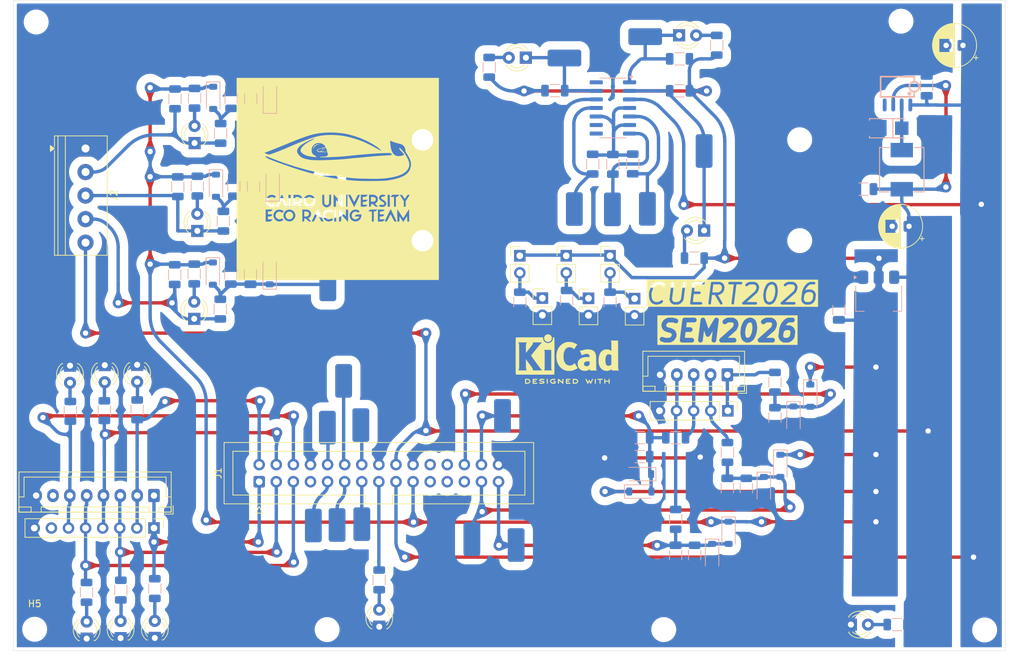
<source format=kicad_pcb>
(kicad_pcb (version 20241229) (generator "pcbnew") (generator_version "9.0")
  (layers (0 "F.Cu" signal) (2 "B.Cu" signal) (13 "F.Paste" user) (15 "B.Paste" user) (5 "F.SilkS" user "F.Silkscreen") (7 "B.SilkS" user "B.Silkscreen") (1 "F.Mask" user) (3 "B.Mask" user) (25 "Edge.Cuts" user))
  (net 0 "")
  (net 1 "+12V")
  (net 2 "GND")
  (net 3 "+5V")
  (net 4 "+3.3V")
  (net 5 "VShuntB_Cnd")
  (net 6 "/EN")
  (net 7 "/Brake")
  (net 8 "/A_IN")
  (net 10 "/C_IN")
  (net 11 "Net-(D2-K)")
  (net 12 "/B_IN")
  (net 13 "/C_nSD")
  (net 14 "/B_nSD")
  (net 15 "/A_nSD")
  (net 16 "Net-(D3-A)")
  (net 18 "AREF")
  (net 19 "VShuntC_Cnd")
  (net 20 "VShuntA_Cnd")
  (net 21 "Net-(D1-A)")
  (net 22 "VDCH")
  (net 23 "/HallSensorInterface_B/Hall")
  (net 24 "Net-(D6-A)")
  (net 25 "Net-(D11-A)")
  (net 26 "/HallSensorInterface_C/Hall")
  (net 27 "Net-(D14-A)")
  (net 28 "/HallSensorInterface_A/Hall")
  (net 29 "Net-(D21-A)")
  (net 30 "Net-(D22-A)")
  (net 31 "Net-(D23-A)")
  (net 33 "Net-(D24-A)")
  (net 34 "Net-(D25-A)")
  (net 35 "Net-(D26-A)")
  (net 37 "Net-(J1-Pin_9)")
  (net 38 "Net-(J1-Pin_11)")
  (net 39 "Net-(J1-Pin_10)")
  (net 43 "/HallSensorInterface_B/HallCnd")
  (net 44 "/A_PhaseCnd")
  (net 45 "/HallSensorInterface_C/HallCnd")
  (net 46 "/HallSensorInterface_A/HallCnd")
  (net 47 "/C_PhaseCnd")
  (net 48 "/B_PhaseCnd")
  (net 49 "Net-(J1-Pin_14)")
  (net 50 "Net-(J1-Pin_13)")
  (net 51 "Net-(J1-Pin_12)")
  (net 52 "/A_Phase")
  (net 53 "/C_Phase")
  (net 54 "/B_Phase")
  (net 55 "Net-(U3A--)")
  (net 56 "/VdchCnd")
  (net 57 "/ZCD/A_PhaseCnd")
  (net 58 "/ZCD/B_PhaseCnd")
  (net 59 "/ZCD/C_PhaseCnd")
  (net 60 "/A_ZCD")
  (net 61 "Net-(D27-A)")
  (net 62 "/B_ZCD")
  (net 63 "Net-(D28-A)")
  (net 64 "/C_ZCD")
  (net 65 "Net-(D29-A)")
  (net 66 "/NTC1")
  (net 67 "/NTC2")
  (net 68 "/NTC3")
  (footprint "Connector_PinHeader_2.54mm:PinHeader_1x02_P2.54mm_Vertical" (layer "F.Cu") (at 197.75 60.95)
    (property "Reference" "J28" (hide yes))
    (property "Value" "Conn_01x02_Pin")
  )
  (footprint "Connector_PinHeader_2.54mm:PinHeader_1x02_P2.54mm_Vertical" (layer "F.Cu") (at 204.25 60.95)
    (property "Reference" "J29" (hide yes))
    (property "Value" "Conn_01x02_Pin")
  )
  (footprint "LED_THT:LED_D3.0mm" (layer "F.Cu") (at 218.225 57.2 180)
    (property "Reference" "D27" (hide yes))
    (property "Value" "LED")
  )
  (footprint "LibMain:DinRailPCBClip_P15" (layer "F.Cu") (at 176.35 49.916666)
    (property "Reference" "DRA2" (hide yes))
    (property "Value" "DIN_Rail_Adapter")
  )
  (footprint "LED_THT:LED_D3.0mm" (layer "F.Cu") (at 169.965 116.095 90)
    (property "Reference" "D1" (hide yes))
    (property "Value" "LED")
  )
  (footprint "Symbol:KiCad-Logo2_6mm_SilkScreen" (layer "F.Cu") (at 197.892514 75.604848)
    (property "Reference" "H4" (hide yes))
    (property "Value" "MountingHole" (hide yes))
  )
  (footprint "Connector_PinHeader_2.54mm:PinHeader_1x05_P2.54mm_Vertical" (layer "F.Cu") (at 221.755 83.995 -90)
    (property "Reference" "J6" (hide yes))
    (property "Value" "Conn_01x05_Pin")
  )
  (footprint "TerminalBlock_Phoenix:TerminalBlock_Phoenix_PT-1,5-5-3.5-H_1x05_P3.50mm_Horizontal" (layer "F.Cu") (at 126.3325 45 -90)
    (property "Reference" "J2")
    (property "Value" "Screw_Terminal_01x05")
  )
  (footprint "Capacitor_THT:CP_Radial_D6.3mm_P2.50mm" (layer "F.Cu") (at 256.68238 29.67 180)
    (property "Reference" "C1" (hide yes))
    (property "Value" "100uF-35V")
  )
  (footprint "LED_THT:LED_D3.0mm" (layer "F.Cu") (at 142.94 57.25 90)
    (property "Reference" "D6" (hide yes))
    (property "Value" "LED")
  )
  (footprint "LED_THT:LED_D3.0mm" (layer "F.Cu") (at 191.75 31.5 180)
    (property "Reference" "D29" (hide yes))
    (property "Value" "LED")
  )
  (footprint "Connector_PinHeader_2.54mm:PinHeader_1x08_P2.54mm_Vertical" (layer "F.Cu") (at 136.5 101.425 -90)
    (property "Reference" "J5" (hide yes))
    (property "Value" "Conn_01x08_Pin")
  )
  (footprint "LibMain:B2B_Mount" (layer "F.Cu") (at 188.65 116.825)
    (property "Reference" "REF**" (hide yes))
    (property "Value" "B2B_Mount")
  )
  (footprint "Capacitor_THT:CP_Radial_D6.3mm_P2.50mm" (layer "F.Cu") (at 248.67 56.57 180)
    (property "Reference" "C3" (hide yes))
    (property "Value" "180uF-10V")
  )
  (footprint "LED_THT:LED_D3.0mm" (layer "F.Cu") (at 129.19 77.21 -90)
    (property "Reference" "D25" (hide yes))
    (property "Value" "LED")
  )
  (footprint "MountingHole:MountingHole_3.2mm_M3_DIN965" (layer "F.Cu") (at 119 26.2)
    (property "Reference" "H1" (hide yes))
    (property "Value" "MountingHole")
  )
  (footprint "LED_THT:LED_D3.0mm" (layer "F.Cu") (at 134 77.16 -90)
    (property "Reference" "D24" (hide yes))
    (property "Value" "LED")
  )
  (footprint "MountingHole:MountingHole_3.2mm_M3_DIN965" (layer "F.Cu") (at 247.475 26.075)
    (property "Reference" "H2" (hide yes))
    (property "Value" "MountingHole")
  )
  (footprint "MountingHole:MountingHole_3.2mm_M3_DIN965" (layer "F.Cu") (at 259.9 116.575)
    (property "Reference" "H3" (hide yes))
    (property "Value" "MountingHole")
  )
  (footprint "Connector_PinHeader_2.54mm:PinHeader_1x02_P2.54mm_Vertical" (layer "F.Cu") (at 207.9 67.325)
    (property "Reference" "J32" (hide yes))
    (property "Value" "Conn_01x02_Pin")
  )
  (footprint "LED_THT:LED_D3.0mm" (layer "F.Cu") (at 126.5 117.8725 90)
    (property "Reference" "D23" (hide yes))
    (property "Value" "LED")
  )
  (footprint "LED_THT:LED_D3.0mm" (layer "F.Cu") (at 142.53 44.1925 90)
    (property "Reference" "D11" (hide yes))
    (property "Value" "LED")
  )
  (footprint "Connector_PinHeader_2.54mm:PinHeader_1x02_P2.54mm_Vertical" (layer "F.Cu") (at 190.85 60.95)
    (property "Reference" "J27" (hide yes))
    (property "Value" "Conn_01x02_Pin")
  )
  (footprint "LED_THT:LED_D3.0mm" (layer "F.Cu") (at 136.625 117.77 90)
    (property "Reference" "D21" (hide yes))
    (property "Value" "LED")
  )
  (footprint "LED_THT:LED_D3.0mm" (layer "F.Cu") (at 124.03 77.29 -90)
    (property "Reference" "D26" (hide yes))
    (property "Value" "LED")
  )
  (footprint "LED_THT:LED_D3.0mm" (layer "F.Cu") (at 214.505 28.175)
    (property "Reference" "D28" (hide yes))
    (property "Value" "LED")
  )
  (footprint "Connector_JST:JST_XH_B8B-XH-A_1x08_P2.50mm_Vertical" (layer "F.Cu") (at 136.5 96.6 180)
    (property "Reference" "J4" (hide yes))
    (property "Value" "Conn_01x08")
  )
  (footprint "LibMain:DinRailPCBClip_P15" (layer "F.Cu") (at 232.375 49.9)
    (property "Reference" "DRA1" (hide yes))
    (property "Value" "DIN_Rail_Adapter")
  )
  (footprint "LED_THT:LED_D3.0mm" (layer "F.Cu") (at 131.54 117.79 90)
    (property "Reference" "D22" (hide yes))
    (property "Value" "LED")
  )
  (footprint "Connector_PinHeader_2.54mm:PinHeader_1x02_P2.54mm_Vertical" (layer "F.Cu") (at 201.05 67.275)
    (property "Reference" "J31" (hide yes))
    (property "Value" "Conn_01x02_Pin")
  )
  (footprint "Connector_JST:JST_XH_B5B-XH-A_1x05_P2.50mm_Vertical" (layer "F.Cu") (at 221.68 78.645 180)
    (property "Reference" "J3" (hide yes))
    (property "Value" "Conn_01x05")
  )
  (footprint "Connector_PinHeader_2.54mm:PinHeader_1x02_P2.54mm_Vertical" (layer "F.Cu") (at 194.2 67.25)
    (property "Reference" "J30" (hide yes))
    (property "Value" "Conn_01x02_Pin")
  )
  (footprint "LED_THT:LED_D3.0mm" (layer "F.Cu") (at 240.0325 115.78)
    (property "Reference" "D3" (hide yes))
    (property "Value" "LED")
  )
  (footprint "Connector_IDC:IDC-Header_2x15_P2.54mm_Vertical" (layer "F.Cu") (at 152.13 94.54 90)
    (property "Reference" "J1")
    (property "Value" "Conn_02x15_Odd_Even")
  )
  (footprint "MountingHole:MountingHole_3.2mm_M3_DIN965" (layer "F.Cu") (at 118.775 116.475)
    (property "Reference" "H5")
    (property "Value" "MountingHole")
  )
  (footprint "LED_THT:LED_D3.0mm" (layer "F.Cu") (at 142.48 70.32 90)
    (property "Reference" "D14" (hide yes))
    (property "Value" "LED")
  )
  (footprint "LOGO" (layer "F.Cu") (at 163.8 49.525)
    (property "Reference" "G***" (hide yes))
    (property "Value" "LOGO" (hide yes))
  )
  (footprint "Diode_SMD:D_SOD-123" (layer "B.Cu") (at 229.55 92.18 -90)
    (property "Reference" "D9" (hide yes))
    (property "Value" "D_Schottky")
  )
  (footprint "Resistor_SMD:R_1206_3216Metric" (layer "B.Cu") (at 140.0375 50.679999 90)
    (property "Reference" "R5" (hide yes))
    (property "Value" "4.7K")
  )
  (footprint "Package_TO_SOT_SMD:SOT-223-3_TabPin2" (layer "B.Cu") (at 244.16 67.29 -90)
    (property "Reference" "U2" (hide yes))
    (property "Value" "AMS1117-3.3")
  )
  (footprint "LibMain:WirePad_2.5x5" (layer "B.Cu") (at 161.375 65.2 90)
    (property "Reference" "J7" (hide yes))
    (property "Value" "A_HallCnd")
  )
  (footprint "LibMain:WirePad_2.5x5" (layer "B.Cu") (at 168.175 86.125 -90)
    (property "Reference" "J18" (hide yes))
    (property "Value" "C_ZCD")
  )
  (footprint "Resistor_SMD:R_1206_3216Metric" (layer "B.Cu") (at 169.955 109.135 90)
    (property "Reference" "R1" (hide yes))
    (property "Value" "1K")
  )
  (footprint "Resistor_SMD:R_1206_3216Metric" (layer "B.Cu") (at 214.575 36.425 180)
    (property "Reference" "R30" (hide yes))
    (property "Value" "4.7k")
  )
  (footprint "Capacitor_SMD:C_1206_3216Metric" (layer "B.Cu") (at 221.68 95.51 -90)
    (property "Reference" "C7" (hide yes))
    (property "Value" "47nF")
  )
  (footprint "Diode_SMD:D_SOD-123" (layer "B.Cu") (at 154.14 50.480001 90)
    (property "Reference" "D8" (hide yes))
    (property "Value" "D_Schottky")
  )
  (footprint "Diode_SMD:D_SOD-123" (layer "B.Cu") (at 145.3 37.4725 -90)
    (property "Reference" "D12" (hide yes))
    (property "Value" "D_Schottky")
  )
  (footprint "Resistor_SMD:R_1206_3216Metric" (layer "B.Cu") (at 142.48 63.66 90)
    (property "Reference" "R16" (hide yes))
    (property "Value" "1k")
  )
  (footprint "Resistor_SMD:R_1206_3216Metric" (layer "B.Cu") (at 136.625 110.425 90)
    (property "Reference" "R24" (hide yes))
    (property "Value" "1k")
  )
  (footprint "Diode_SMD:D_SOD-123" (layer "B.Cu") (at 227.1 95.48 -90)
    (property "Reference" "D10" (hide yes))
    (property "Value" "D_Schottky")
  )
  (footprint "Diode_SMD:D_SOD-123" (layer "B.Cu") (at 153.73 37.4225 90)
    (property "Reference" "D13" (hide yes))
    (property "Value" "D_Schottky")
  )
  (footprint "Resistor_SMD:R_1206_3216Metric" (layer "B.Cu") (at 228.75 79.75 90)
    (property "Reference" "R2" (hide yes))
    (property "Value" "47K")
  )
  (footprint "Diode_SMD:D_SOD-123" (layer "B.Cu") (at 234 81.75 -90)
    (property "Reference" "D4" (hide yes))
    (property "Value" "D_Schottky")
  )
  (footprint "Resistor_SMD:R_1206_3216Metric" (layer "B.Cu") (at 186.3 32.925 -90)
    (property "Reference" "R37" (hide yes))
    (property "Value" "1k")
  )
  (footprint "LibMain:WirePad_2.5x5" (layer "B.Cu") (at 165.625 79.55 -90)
    (property "Reference" "J16" (hide yes))
    (property "Value" "A_ZCD")
  )
  (footprint "LibMain:WirePad_2.5x5" (layer "B.Cu") (at 189.225 84.75 -90)
    (property "Reference" "J25" (hide yes))
    (property "Value" "B_PhaseCnd")
  )
  (footprint "LibMain:WirePad_2.5x5" (layer "B.Cu") (at 161.125 101.05 -90)
    (property "Reference" "J10" (hide yes))
    (property "Value" "A_HallCnd")
  )
  (footprint "Resistor_SMD:R_1206_3216Metric" (layer "B.Cu") (at 148.37 50.63 -90)
    (property "Reference" "R8" (hide yes))
    (property "Value" "100")
  )
  (footprint "LibMain:WirePad_2.5x5" (layer "B.Cu") (at 182.775 103.075 90)
    (property "Reference" "J24" (hide yes))
    (property "Value" "A_PhaseCnd")
  )
  (footprint "Resistor_SMD:R_1206_3216Metric" (layer "B.Cu") (at 214.575 31.675 180)
    (property "Reference" "R31" (hide yes))
    (property "Value" "4.7k")
  )
  (footprint "Diode_SMD:D_SOD-123" (layer "B.Cu") (at 145.25 63.600001 -90)
    (property "Reference" "D15" (hide yes))
    (property "Value" "D_Schottky")
  )
  (footprint "Capacitor_SMD:C_1206_3216Metric" (layer "B.Cu") (at 238.25 69 90)
    (property "Reference" "C5" (hide yes))
    (property "Value" "10u")
  )
  (footprint "Resistor_SMD:R_1206_3216Metric" (layer "B.Cu") (at 204.25 67.825 90)
    (property "Reference" "R40" (hide yes))
    (property "Value" "2.2K")
  )
  (footprint "LibMain:WirePad_2.5x5" (layer "B.Cu") (at 210.75 53.975 -90)
    (property "Reference" "J21" (hide yes))
    (property "Value" "A_PhaseCnd")
  )
  (footprint "LibMain:WirePad_2.5x5" (layer "B.Cu") (at 224.35 71.55 180)
    (property "Reference" "J34" (hide yes))
    (property "Value" "Conn_01x01_Pin")
  )
  (footprint "Capacitor_SMD:C_1206_3216Metric" (layer "B.Cu") (at 251.29 35.69 90)
    (property "Reference" "C2" (hide yes))
    (property "Value" "1u")
  )
  (footprint "Resistor_SMD:R_1206_3216Metric" (layer "B.Cu") (at 216.809999 105.45238 -90)
    (property "Reference" "R20" (hide yes))
    (property "Value" "2.2K")
  )
  (footprint "EasyEDA:SMA_L4.3-W2.6-LS5.2-RD" (layer "B.Cu") (at 245.39 41.99 180)
    (property "Reference" "D2" (hide yes))
    (property "Value" "SS34_C8678")
  )
  (footprint "Capacitor_SMD:C_1206_3216Metric" (layer "B.Cu") (at 151.29 50.64 90)
    (property "Reference" "C6" (hide yes))
    (property "Value" "100nF 50V")
  )
  (footprint "Capacitor_SMD:C_1206_3216Metric" (layer "B.Cu") (at 150.88 37.5825 90)
    (property "Reference" "C8" (hide yes))
    (property "Value" "100nF 50V")
  )
  (footprint "Resistor_SMD:R_1206_3216Metric" (layer "B.Cu") (at 220.1 29.65 -90)
    (property "Reference" "R36" (hide yes))
    (property "Value" "1k")
  )
  (footprint "Resistor_SMD:R_1206_3216Metric" (layer "B.Cu") (at 214 88)
    (property "Reference" "R21" (hide yes))
    (property "Value" "47K")
  )
  (footprint "Resistor_SMD:R_1206_3216Metric" (layer "B.Cu") (at 142.53 37.5325 90)
    (property "Reference" "R12" (hide yes))
    (property "Value" "1k")
  )
  (footprint "LibMain:WirePad_2.5x5" (layer "B.Cu") (at 164.65 100.975 -90)
    (property "Reference" "J12" (hide yes))
    (property "Value" "C_HallCnd")
  )
  (footprint "Resistor_SMD:R_1206_3216Metric" (layer "B.Cu") (at 147.96 37.5725 -90)
    (property "Reference" "R14" (hide yes))
    (property "Value" "100")
  )
  (footprint "Resistor_SMD:R_1206_3216Metric" (layer "B.Cu") (at 216.775 61.3)
    (property "Reference" "R23" (hide yes))
    (property "Value" "1k")
  )
  (footprint "Diode_SMD:D_SOD-123" (layer "B.Cu") (at 145.71 50.530001 -90)
    (property "Reference" "D7" (hide yes))
    (property "Value" "D_Schottky")
  )
  (footprint "LibMain:WirePad_2.5x5" (layer "B.Cu") (at 199.9 54 -90)
    (property "Reference" "J23" (hide yes))
    (property "Value" "C_PhaseCnd")
  )
  (footprint "Diode_SMD:D_SOD-123" (layer "B.Cu") (at 219.41 105.43238 -90)
    (property "Reference" "D18" (hide yes))
    (property "Value" "D_Schottky")
  )
  (footprint "LibMain:WirePad_2.5x5" (layer "B.Cu") (at 163.5 51.55 -90)
    (property "Reference" "J8" (hide yes))
    (property "Value" "B_HallBCnd")
  )
  (footprint "Resistor_SMD:R_1206_3216Metric" (layer "B.Cu") (at 207.625 47.3 -90)
    (property "Reference" "R33" (hide yes))
    (property "Value" "100k")
  )
  (footprint "Resistor_SMD:R_1206_3216Metric" (layer "B.Cu") (at 221.69 90.18 90)
    (property "Reference" "R9" (hide yes))
    (property "Value" "47K")
  )
  (footprint "Resistor_SMD:R_1206_3216Metric" (layer "B.Cu") (at 131.575 110.65 90)
    (property "Reference" "R25" (hide yes))
    (property "Value" "1k")
  )
  (footprint "LibMain:WirePad_2.5x5" (layer "B.Cu") (at 191.25 103.95 -90)
    (property "Reference" "J26" (hide yes))
    (property "Value" "C_PhaseCnd")
  )
  (footprint "Resistor_SMD:R_1206_3216Metric" (layer "B.Cu") (at 201.675 47.325 -90)
    (property "Reference" "R35" (hide yes))
    (property "Value" "100k")
  )
  (footprint "LibMain:WirePad_2.5x5" (layer "B.Cu") (at 259.35 99.95 180)
    (property "Reference" "J35" (hide yes))
    (property "Value" "Conn_01x01_Pin")
  )
  (footprint "Resistor_SMD:R_1206_3216Metric" (layer "B.Cu") (at 139.5775 63.749999 90)
    (property "Reference" "R15" (hide yes))
    (property "Value" "4.7K")
  )
  (footprint "LibMain:WirePad_2.5x5" (layer "B.Cu") (at 197.475 32.5 180)
    (property "Reference" "J15" (hide yes))
    (property "Value" "C_ZCD")
  )
  (footprint "LibMain:WirePad_2.5x5" (layer "B.Cu") (at 243.7 83.75 180)
    (property "Reference" "J37" (hide yes))
    (property "Value" "Conn_01x01_Pin")
  )
  (footprint "Resistor_SMD:R_1206_3216Metric" (layer "B.Cu") (at 124.075 84.075 -90)
    (property "Reference" "R29" (hide yes))
    (property "Value" "1k")
  )
  (footprint "Diode_SMD:D_SOD-123" (layer "B.Cu") (at 231.5 85 -90)
    (property "Reference" "D5" (hide yes))
    (property "Value" "D_Schottky")
  )
  (footprint "EasyEDA:IND-SMD_L7.1-W6.6_H5.0" (layer "B.Cu") (at 247.59 48.15 -90)
    (property "Reference" "L1" (hide yes))
    (property "Value" "SMMS0650-680M")
  )
  (footprint "LibMain:WirePad_2.5x5" (layer "B.Cu") (at 240.125 34.125 180)
    (property "Reference" "J20" (hide yes))
    (property "Value" "Conn_01x01_Pin")
  )
  (footprint "Resistor_SMD:R_1206_3216Metric" (layer "B.Cu") (at 147.91 63.7 -90)
    (property "Reference" "R18" (hide yes))
    (property "Value" "100")
  )
  (footprint "LibMain:WirePad_2.5x5" (layer "B.Cu") (at 168.325 100.85 -90)
    (property "Reference" "J17" (hide yes))
    (property "Value" "B_ZCD")
  )
  (footprint "Resistor_SMD:R_1206_3216Metric" (layer "B.Cu") (at 246.8925 115.78 180)
    (property "Reference" "R4" (hide yes))
    (property "Value" "1k")
  )
  (footprint "LibMain:WirePad_2.5x5" (layer "B.Cu") (at 163.3 38.8 -90)
    (property "Reference" "J9" (hide yes))
    (property "Value" "C_HallCnd")
  )
  (footprint "Diode_SMD:D_SOD-123" (layer "B.Cu") (at 208.75 96)
    (property "Reference" "D19" (hide yes))
    (property "Value" "D_Schottky")
  )
  (footprint "LibMain:WirePad_2.5x5" (layer "B.Cu") (at 209.475 29.325 180)
    (property "Reference" "J14" (hide yes))
    (property "Value" "B_ZCD")
  )
  (footprint "Resistor_SMD:R_1206_3216Metric" (layer "B.Cu") (at 228.75 85 -90)
    (property "Reference" "R3" (hide yes))
    (property "Value" "2.2K")
  )
  (footprint "Resistor_SMD:R_1206_3216Metric" (layer "B.Cu") (at 146.349999 68.8775 90)
    (property "Reference" "R17" (hide yes))
    (property "Value" "470")
  )
  (footprint "Resistor_SMD:R_1206_3216Metric" (layer "B.Cu") (at 214 100.13238 90)
    (property "Reference" "R19" (hide yes))
    (property "Value" "47K")
  )
  (footprint "Capacitor_SMD:C_1206_3216Metric" (layer "B.Cu") (at 208.67 87.99 180)
    (property "Reference" "C11" (hide yes))
    (property "Value" "47nF")
  )
  (footprint "Resistor_SMD:R_1206_3216Metric" (layer "B.Cu") (at 129.125 83.975 -90)
    (property "Reference" "R28" (hide yes))
    (property "Value" "1k")
  )
  (footprint "Capacitor_SMD:C_1206_3216Metric" (layer "B.Cu") (at 241.91 51.04 180)
    (property "Reference" "C4" (hide yes))
    (property "Value" "10u")
  )
  (footprint "Resistor_SMD:R_1206_3216Metric" (layer "B.Cu") (at 197.8 67.575 90)
    (property "Reference" "R39" (hide yes))
    (property "Value" "2.2K")
  )
  (footprint "Resistor_SMD:R_1206_3216Metric" (layer "B.Cu") (at 196.05 36.4)
    (property "Reference" "R32" (hide yes))
    (property "Value" "4.7k")
  )
  (footprint "Resistor_SMD:R_1206_3216Metric" (layer "B.Cu") (at 208.68 90.809999 180)
    (property "Reference" "R22" (hide yes))
    (property "Value" "2.2K")
  )
  (footprint "EasyEDA:SOIC-8_L5.0-W4.0-P1.27-LS6.0-BL" (layer "B.Cu") (at 246.95 35.82 180)
    (property "Reference" "U1" (hide yes))
    (property "Value" "XL1509-5.0E1")
  )
  (footprint "Package_SO:SOIC-14_3.9x8.7mm_P1.27mm" (layer "B.Cu") (at 204.675 38.975 180)
    (property "Reference" "U3" (hide yes))
    (property "Value" "LM339")
  )
  (footprint "Capacitor_SMD:C_1206_3216Metric" (layer "B.Cu") (at 213.99 105.46238 -90)
    (property "Reference" "C10" (hide yes))
    (property "Value" "47nF")
  )
  (footprint "Resistor_SMD:R_1206_3216Metric" (layer "B.Cu") (at 190.85 67.825 90)
    (property "Reference" "R38" (hide yes))
    (property "Value" "2.2K")
  )
  (footprint "LibMain:WirePad_2.5x5" (layer "B.Cu") (at 163.207419 86.5 -90)
    (property "Reference" "J11" (hide yes))
    (property "Value" "B_HallCnd")
  )
  (footprint "Resistor_SMD:R_1206_3216Metric" (layer "B.Cu") (at 142.94 50.59 90)
    (property "Reference" "R6" (hide yes))
    (property "Value" "1k")
  )
  (footprint "Resistor_SMD:R_1206_3216Metric" (layer "B.Cu") (at 224.5 95.5 -90)
    (property "Reference" "R10" (hide yes))
    (property "Value" "2.2K")
  )
  (footprint "Resistor_SMD:R_1206_3216Metric" (layer "B.Cu") (at 204.675 47.35 -90)
    (property "Reference" "R34" (hide yes))
    (property "Value" "100k")
  )
  (footprint "Resistor_SMD:R_1206_3216Metric" (layer "B.Cu") (at 139.6275 37.6225 90)
    (property "Reference" "R11" (hide yes))
    (property "Value" "4.7K")
  )
  (footprint "LibMain:WirePad_2.5x5" (layer "B.Cu") (at 259.525 35.975 180)
    (property "Reference" "J19" (hide yes))
    (property "Value" "Conn_01x01_Pin")
  )
  (footprint "LibMain:WirePad_2.5x5" (layer "B.Cu") (at 205.55 54.05 -90)
    (property "Reference" "J22" (hide yes))
    (property "Value" "B_PhaseCnd")
  )
  (footprint "LibMain:WirePad_2.5x5" (layer "B.Cu") (at 251.55 83.8 180)
    (property "Reference" "J33" (hide yes))
    (property "Value" "Conn_01x01_Pin")
  )
  (footprint "Diode_SMD:D_SOD-123" (layer "B.Cu") (at 153.68 63.550001 90)
    (property "Reference" "D16" (hide yes))
    (property "Value" "D_Schottky")
  )
  (footprint "Capacitor_SMD:C_1206_3216Metric" (layer "B.Cu") (at 150.83 63.71 90)
    (property "Reference" "C9" (hide yes))
    (property "Value" "100nF 50V")
  )
  (footprint "Resistor_SMD:R_1206_3216Metric" (layer "B.Cu") (at 146.4 42.75 90)
    (property "Reference" "R13" (hide yes))
    (property "Value" "470")
  )
  (footprint "LibMain:WirePad_2.5x5" (layer "B.Cu") (at 219.175 45.375 -90)
    (property "Reference" "J13" (hide yes))
    (property "Value" "A_ZCD")
  )
  (footprint "LibMain:WirePad_2.5x5" (layer "B.Cu") (at 231.5 71.55 180)
    (property "Reference" "J36" (hide yes))
    (property "Value" "Conn_01x01_Pin")
  )
  (footprint "Resistor_SMD:R_1206_3216Metric" (layer "B.Cu") (at 134 83.85 -90)
    (property "Reference" "R27" (hide yes))
    (property "Value" "1k")
  )
  (footprint "Diode_SMD:D_SOD-123" (layer "B.Cu") (at 221.86 102.13238 -90)
    (property "Reference" "D17" (hide yes))
    (property "Value" "D_Schottky")
  )
  (footprint "Diode_SMD:D_SOD-123" (layer "B.Cu") (at 208.7 93.41 180)
    (property "Reference" "D20" (hide yes))
    (property "Value" "D_Schottky")
  )
  (footprint "LibMain:WirePad_2.5x5" (layer "B.Cu") (at 216.65 71.65 180)
    (property "Reference" "J38" (hide yes))
    (property "Value" "Conn_01x01_Pin")
  )
  (footprint "Resistor_SMD:R_1206_3216Metric" (layer "B.Cu") (at 126.48 110.985 90)
    (property "Reference" "R26" (hide yes))
    (property "Value" "1k")
  )
  (footprint "Resistor_SMD:R_1206_3216Metric" (layer "B.Cu") (at 146.809999 55.8075 90)
    (property "Reference" "R7" (hide yes))
    (property "Value" "470")
  )
  (gr_rect (start 115.625 22.95) (end 262.95 119.65) (stroke (width 0.05)) (fill no) (layer "Edge.Cuts"))
  (gr_text "CUERT2026" (at 209.25 66.65 -0) (layer "F.SilkS" knockout) (effects (font (size 3 3) (thickness 0.375) (italic yes)) (justify left)))
  (gr_text "SEM2026" (at 210.95 72.15 -0) (layer "F.SilkS" knockout) (effects (font (size 3 3) (thickness 0.7) (bold yes) (italic yes)) (justify left)))
  (segment (start 259.4 53.3) (end 259.375 53.325) (width 0.5) (layer "F.Cu") (net 1))
  (segment (start 215.2 53.35) (end 259.314644 53.35) (width 0.5) (layer "F.Cu") (net 1))
  (segment (start 258.25 105.75) (end 173.75 105.75) (width 0.5) (layer "F.Cu") (net 1))
  (via (at 173.75 105.75) (size 1.6) (drill 0.8) (layers "F.Cu" "B.Cu") (net 1))
  (via (at 215.2 53.35) (size 1.6) (drill 0.8) (layers "F.Cu" "B.Cu") (net 1))
  (via (at 259.4 53.3) (size 1.6) (drill 0.8) (layers "F.Cu" "B.Cu") (net 1))
  (via (at 258.25 105.75) (size 1.6) (drill 0.8) (layers "F.Cu" "B.Cu") (net 1))
  (arc (start 259.375 53.325) (mid 259.347308 53.343502) (end 259.314644 53.35) (width 0.5) (layer "F.Cu") (net 1))
  (segment (start 252.825857 38.53) (end 251.61435 38.53) (width 0.5) (layer "B.Cu") (net 1))
  (segment (start 173.1 105.1) (end 173.75 105.75) (width 0.5) (layer "B.Cu") (net 1))
  (segment (start 251.345649 38.53) (end 248.86 38.53) (width 0.5) (layer "B.Cu") (net 1))
  (segment (start 251.29 38.205649) (end 251.29 37.165) (width 0.5) (layer "B.Cu") (net 1))
  (segment (start 208.8275 37.705) (end 207.15 37.705) (width 0.5) (layer "B.Cu") (net 1))
  (segment (start 256.865 38.585) (end 256.9 38.62) (width 0.5) (layer "B.Cu") (net 1))
  (segment (start 215.2 44.653963) (end 215.2 53.35) (width 0.5) (layer "B.Cu") (net 1))
  (segment (start 251.61435 38.53) (end 251.345649 38.53) (width 0.5) (layer "B.Cu") (net 1))
  (segment (start 252.874142 38.55) (end 256.780502 38.55) (width 0.5) (layer "B.Cu") (net 1))
  (segment (start 172.45 103.530761) (end 172.45 94.54) (width 0.5) (layer "B.Cu") (net 1))
  (segment (start 213.606207 40.806207) (end 211.691171 38.891171) (width 0.5) (layer "B.Cu") (net 1))
  (arc (start 252.85 38.54) (mid 252.861076 38.547401) (end 252.874142 38.55) (width 0.5) (layer "B.Cu") (net 1))
  (arc (start 251.29 38.205649) (mid 251.314689 38.329773) (end 251.385 38.435) (width 0.5) (layer "B.Cu") (net 1))
  (arc (start 251.385 38.435) (mid 251.490226 38.50531) (end 251.61435 38.53) (width 0.5) (layer "B.Cu") (net 1))
  (arc (start 172.45 103.530761) (mid 172.618929 104.380027) (end 173.1 105.1) (width 0.5) (layer "B.Cu") (net 1))
  (arc (start 211.691171 38.891171) (mid 210.377307 38.013275) (end 208.8275 37.705) (width 0.5) (layer "B.Cu") (net 1))
  (arc (start 252.85 38.54) (mid 252.838923 38.532598) (end 252.825857 38.53) (width 0.5) (layer "B.Cu") (net 1))
  (arc (start 251.345649 38.53) (mid 251.397063 38.495646) (end 251.385 38.435) (width 0.5) (layer "B.Cu") (net 1))
  (arc (start 256.865 38.585) (mid 256.826232 38.559096) (end 256.780502 38.55) (width 0.5) (layer "B.Cu") (net 1))
  (arc (start 213.606207 40.806207) (mid 214.785786 42.571572) (end 215.2 44.653963) (width 0.5) (layer "B.Cu") (net 1))
  (segment (start 203.45 91) (end 217.436611 91) (width 0.5) (layer "F.Cu") (net 2))
  (segment (start 217.65 90.875) (end 217.5875 90.9375) (width 0.5) (layer "F.Cu") (net 2))
  (via (at 217.65 90.875) (size 1.6) (drill 0.8) (layers "F.Cu" "B.Cu") (net 2))
  (via (at 203.45 91) (size 1.6) (drill 0.8) (layers "F.Cu" "B.Cu") (net 2))
  (arc (start 217.5875 90.9375) (mid 217.518271 90.983756) (end 217.436611 91) (width 0.5) (layer "F.Cu") (net 2))
  (segment (start 195.129549 41.52045) (end 197.794183 38.855816) (width 0.5) (layer "B.Cu") (net 2))
  (segment (start 159.75 92) (end 159.75 77.9) (width 0.5) (layer "B.Cu") (net 2))
  (segment (start 195.05 41.7125) (end 195.05 41.825) (width 0.5) (layer "B.Cu") (net 2))
  (segment (start 200.5725 37.705) (end 202.2 37.705) (width 0.5) (layer "B.Cu") (net 2))
  (arc (start 195.129549 41.52045) (mid 195.070674 41.608563) (end 195.05 41.7125) (width 0.5) (layer "B.Cu") (net 2))
  (arc (start 200.5725 37.705) (mid 199.068885 38.004087) (end 197.794183 38.855816) (width 0.5) (layer "B.Cu") (net 2))
  (segment (start 254.16 35.698284) (end 254.16 50.722928) (width 0.5) (layer "F.Cu") (net 3))
  (segment (start 176.985355 87) (end 251.5 87) (width 0.5) (layer "F.Cu") (net 3))
  (segment (start 254.155 50.735) (end 254.15 50.74) (width 0.5) (layer "F.Cu") (net 3))
  (segment (start 254.12 35.63) (end 254.14 35.65) (width 0.5) (layer "F.Cu") (net 3))
  (segment (start 176.9 72.45) (end 126.3325 72.45) (width 0.5) (layer "F.Cu") (net 3))
  (segment (start 176.925 86.975) (end 176.9 86.95) (width 0.5) (layer "F.Cu") (net 3))
  (via (at 254.12 35.63) (size 1.6) (drill 0.8) (layers "F.Cu" "B.Cu") (net 3))
  (via (at 176.9 86.95) (size 1.6) (drill 0.8) (layers "F.Cu" "B.Cu") (net 3))
  (via (at 126.3325 72.45) (size 1.6) (drill 0.8) (layers "F.Cu" "B.Cu") (net 3))
  (via (at 251.5 87) (size 1.6) (drill 0.8) (layers "F.Cu" "B.Cu") (net 3))
  (via (at 254.15 50.74) (size 1.6) (drill 0.8) (layers "F.Cu" "B.Cu") (net 3))
  (via (at 176.9 72.45) (size 1.6) (drill 0.8) (layers "F.Cu" "B.Cu") (net 3))
  (arc (start 254.16 50.722928) (mid 254.1587 50.729461) (end 254.155 50.735) (width 0.5) (layer "F.Cu") (net 3))
  (arc (start 176.925 86.975) (mid 176.952691 86.993502) (end 176.985355 87) (width 0.5) (layer "F.Cu") (net 3))
  (arc (start 254.14 35.65) (mid 254.154802 35.672152) (end 254.16 35.698284) (width 0.5) (layer "F.Cu") (net 3))
  (segment (start 176.1625 86.95) (end 176.9 86.95) (width 0.5) (layer "B.Cu") (net 3))
  (segment (start 176.9 86.95) (end 176.85 87) (width 0.5) (layer "B.Cu") (net 3))
  (segment (start 176.9 72.45) (end 176.9 86.95) (width 0.5) (layer "B.Cu") (net 3))
  (segment (start 126.3325 72.45) (end 126.3325 59) (width 0.5) (layer "B.Cu") (net 3))
  (segment (start 247.59 51.067071) (end 247.59 52.596324) (width 0.5) (layer "B.Cu") (net 3))
  (segment (start 254.12 35.63) (end 248.419741 35.63) (width 0.5) (layer "B.Cu") (net 3))
  (segment (start 247.585 51.055) (end 247.58 51.05) (width 0.5) (layer "B.Cu") (net 3))
  (segment (start 246.910434 36.269565) (end 246.935 36.245) (width 0.5) (layer "B.Cu") (net 3))
  (segment (start 246.32 37.695) (end 246.32 38.53) (width 0.5) (layer "B.Cu") (net 3))
  (segment (start 247.555857 51.04) (end 243.385 51.04) (width 0.5) (layer "B.Cu") (net 3))
  (segment (start 172.45 90.9625) (end 172.45 92) (width 0.5) (layer "B.Cu") (net 3))
  (segment (start 254.15 50.74) (end 253.995 50.895) (width 0.5) (layer "B.Cu") (net 3))
  (segment (start 248.67 55.203675) (end 248.67 56.57) (width 0.5) (layer "B.Cu") (net 3))
  (segment (start 246.46 64.14) (end 251.17 64.14) (width 0.5) (layer "B.Cu") (net 3))
  (segment (start 247.607071 51.05) (end 253.620796 51.05) (width 0.5) (layer "B.Cu") (net 3))
  (segment (start 173.183623 89.191376) (end 174.903508 87.471491) (width 0.5) (layer "B.Cu") (net 3))
  (arc (start 247.585 51.055) (mid 247.59 51.057071) (end 247.595 51.055) (width 0.5) (layer "B.Cu") (net 3))
  (arc (start 253.995 50.895) (mid 253.823313 51.009716) (end 253.620796 51.05) (width 0.5) (layer "B.Cu") (net 3))
  (arc (start 247.59 52.596324) (mid 247.730341 53.301868) (end 248.13 53.9) (width 0.5) (layer "B.Cu") (net 3))
  (arc (start 247.595 51.055) (mid 247.591299 51.060538) (end 247.59 51.067071) (width 0.5) (layer "B.Cu") (net 3))
  (arc (start 248.13 53.9) (mid 248.529658 54.498131) (end 248.67 55.203675) (width 0.5) (layer "B.Cu") (net 3))
  (arc (start 247.607071 51.05) (mid 247.600538 51.051299) (end 247.595 51.055) (width 0.5) (layer "B.Cu") (net 3))
  (arc (start 248.419741 35.63) (mid 247.616205 35.789833) (end 246.935 36.245) (width 0.5) (layer "B.Cu") (net 3))
  (arc (start 246.910434 36.269565) (mid 246.473448 36.92356) (end 246.32 37.695) (width 0.5) (layer "B.Cu") (net 3))
  (arc (start 247.59 51.067071) (mid 247.5887 51.060538) (end 247.585 51.055) (width 0.5) (layer "B.Cu") (net 3))
  (arc (start 176.1625 86.95) (mid 175.481138 87.085531) (end 174.903508 87.471491) (width 0.5) (layer "B.Cu") (net 3))
  (arc (start 173.183623 89.191376) (mid 172.640662 90.003974) (end 172.45 90.9625) (width 0.5) (layer "B.Cu") (net 3))
  (arc (start 247.58 51.05) (mid 247.568923 51.042598) (end 247.555857 51.04) (width 0.5) (layer "B.Cu") (net 3))
  (segment (start 219.2245 100.5255) (end 219.25 100.5) (width 0.5) (layer "F.Cu") (net 4))
  (segment (start 203.5 96) (end 243.75 96) (width 0.5) (layer "F.Cu") (net 4))
  (segment (start 219.162937 100.551) (end 175.051 100.551) (width 0.5) (layer "F.Cu") (net 4))
  (segment (start 135.93 62.2) (end 135.93 49.2) (width 0.5) (layer "F.Cu") (net 4))
  (segment (start 175.051 100.551) (end 144.763839 100.551) (width 0.5) (layer "F.Cu") (net 4))
  (segment (start 243.75 77.5) (end 234 77.5) (width 0.5) (layer "F.Cu") (net 4))
  (segment (start 221.275 61.3) (end 221.2875 61.3125) (width 0.5) (layer "F.Cu") (net 4))
  (segment (start 243.75 90.5) (end 232.5 90.5) (width 0.5) (layer "F.Cu") (net 4))
  (segment (start 226.75 100.5) (end 243.75 100.5) (width 0.5) (layer "F.Cu") (net 4))
  (segment (start 244.2 61.325) (end 221.317677 61.325) (width 0.5) (layer "F.Cu") (net 4))
  (segment (start 135.93 35.95) (end 135.93 45.45) (width 0.5) (layer "F.Cu") (net 4))
  (segment (start 191.475 36.45) (end 218.6 36.45) (width 0.5) (layer "F.Cu") (net 4))
  (segment (start 144.25 100.25) (end 144.4005 100.4005) (width 0.5) (layer "F.Cu") (net 4))
  (via (at 243.75 96) (size 1.6) (drill 0.8) (layers "F.Cu" "B.Cu") (net 4))
  (via (at 234 77.5) (size 1.6) (drill 0.8) (layers "F.Cu" "B.Cu") (net 4))
  (via (at 191.475 36.45) (size 1.6) (drill 0.8) (layers "F.Cu" "B.Cu") (net 4))
  (via (at 243.75 90.5) (size 1.6) (drill 0.8) (layers "F.Cu" "B.Cu") (net 4))
  (via (at 243.75 77.5) (size 1.6) (drill 0.8) (layers "F.Cu" "B.Cu") (net 4))
  (via (at 243.75 100.5) (size 1.6) (drill 0.8) (layers "F.Cu" "B.Cu") (net 4))
  (via (at 135.93 62.2) (size 1.6) (drill 0.8) (layers "F.Cu" "B.Cu") (net 4))
  (via (at 135.93 45.45) (size 1.6) (drill 0.8) (layers "F.Cu" "B.Cu") (net 4))
  (via (at 219.25 100.5) (size 1.6) (drill 0.8) (layers "F.Cu" "B.Cu") (net 4))
  (via (at 135.93 35.95) (size 1.6) (drill 0.8) (layers "F.Cu" "B.Cu") (net 4))
  (via (at 221.275 61.3) (size 1.6) (drill 0.8) (layers "F.Cu" "B.Cu") (net 4))
  (via (at 218.6 36.45) (size 1.6) (drill 0.8) (layers "F.Cu" "B.Cu") (net 4))
  (via (at 175.051 100.551) (size 1.6) (drill 0.8) (layers "F.Cu" "B.Cu") (net 4))
  (via (at 226.75 100.5) (size 1.6) (drill 0.8) (layers "F.Cu" "B.Cu") (net 4))
  (via (at 244.2 61.325) (size 1.6) (drill 0.8) (layers "F.Cu" "B.Cu") (net 4))
  (via (at 232.5 90.5) (size 1.6) (drill 0.8) (layers "F.Cu" "B.Cu") (net 4))
  (via (at 135.93 49.2) (size 1.6) (drill 0.8) (layers "F.Cu" "B.Cu") (net 4))
  (via (at 144.25 100.25) (size 1.6) (drill 0.8) (layers "F.Cu" "B.Cu") (net 4))
  (via (at 203.5 96) (size 1.6) (drill 0.8) (layers "F.Cu" "B.Cu") (net 4))
  (arc (start 219.2245 100.5255) (mid 219.196254 100.544372) (end 219.162937 100.551) (width 0.5) (layer "F.Cu") (net 4))
  (arc (start 144.4005 100.4005) (mid 144.567201 100.511886) (end 144.763839 100.551) (width 0.5) (layer "F.Cu") (net 4))
  (arc (start 221.2875 61.3125) (mid 221.301345 61.321751) (end 221.317677 61.325) (width 0.5) (layer "F.Cu") (net 4))
  (segment (start 216.0375 33.425) (end 216.0375 35.15625) (width 0.5) (layer "B.Cu") (net 4))
  (segment (start 135.93 35.95) (end 136.035 36.055) (width 0.5) (layer "B.Cu") (net 4))
  (segment (start 204.15 60.85) (end 204.25 60.95) (width 0.5) (layer "B.Cu") (net 4))
  (segment (start 232.485 90.515) (end 232.5 90.5) (width 0.5) (layer "B.Cu") (net 4))
  (segment (start 142.37636 36.16) (end 141.03375 36.16) (width 0.5) (layer "B.Cu") (net 4))
  (segment (start 204.25 60.95) (end 207.5 64.2) (width 0.5) (layer "B.Cu") (net 4))
  (segment (start 144.705008 48.88) (end 145.71 48.88) (width 0.5) (layer "B.Cu") (net 4))
  (segment (start 218.557322 36.425) (end 217.30625 36.425) (width 0.5) (layer "B.Cu") (net 4))
  (segment (start 218.2375 62.7125) (end 218.2375 61.3) (width 0.5) (layer "B.Cu") (net 4))
  (segment (start 219.139752 31.675) (end 217.7875 31.675) (width 0.5) (layer "B.Cu") (net 4))
  (segment (start 219.25881 100.49119) (end 219.25 100.5) (width 0.5) (layer "B.Cu") (net 4))
  (segment (start 144.245008 61.95) (end 145.25 61.95) (width 0.5) (layer "B.Cu") (net 4))
  (segment (start 143.647491 62.1975) (end 142.543638 62.1975) (width 0.5) (layer "B.Cu") (net 4))
  (segment (start 224.49119 100.49119) (end 224.46992 100.48238) (width 0.5) (layer "B.Cu") (net 4))
  (segment (start 219.81875 31.39375) (end 220.1 31.1125) (width 0.5) (layer "B.Cu") (net 4))
  (segment (start 174.99 100.446866) (end 174.99 94.54) (width 0.5) (layer "B.Cu") (net 4))
  (segment (start 207.5 64.2) (end 208.20625 64.2) (width 0.5) (layer "B.Cu") (net 4))
  (segment (start 191.475 36.45) (end 189.820907 36.45) (width 0.5) (layer "B.Cu") (net 4))
  (segment (start 232.448786 90.53) (end 229.55 90.53) (width 0.5) (layer "B.Cu") (net 4))
  (segment (start 190.85 60.85) (end 204.15 60.85) (width 0.5) (layer "B.Cu") (net 4))
  (segment (start 137.523792 73.773792) (end 139.675 75.925) (width 0.5) (layer "B.Cu") (net 4))
  (segment (start 203.5 96) (end 207.1 96) (width 0.5) (layer "B.Cu") (net 4))
  (segment (start 221.3 58.632322) (end 221.3 43.941463) (width 0.5) (layer "B.Cu") (net 4))
  (segment (start 141.03375 36.16) (end 138.22125 36.16) (width 0.5) (layer "B.Cu") (net 4))
  (segment (start 135.93 62.2) (end 139.428129 62.2) (width 0.5) (layer "B.Cu") (net 4))
  (segment (start 226.75 100.5) (end 224.5 100.5) (width 0.5) (layer "B.Cu") (net 4))
  (segment (start 135.93 49.2) (end 135.93 45.45) (width 0.5) (layer "B.Cu") (net 4))
  (segment (start 135.93 62.2) (end 135.93 69.926036) (width 0.5) (layer "B.Cu") (net 4))
  (segment (start 221.275 61.3) (end 218.2375 61.3) (width 0.5) (layer "B.Cu") (net 4))
  (segment (start 244.16 70.379895) (end 244.16 67) (width 0.5) (layer "B.Cu") (net 4))
  (segment (start 219.280079 100.48238) (end 219.25881 100.49119) (width 0.5) (layer "B.Cu") (net 4))
  (segment (start 234 77.5) (end 234 80.1) (width 0.5) (layer "B.Cu") (net 4))
  (segment (start 144.295008 35.8225) (end 145.3 35.8225) (width 0.5) (layer "B.Cu") (net 4))
  (segment (start 191.5 36.425) (end 191.475 36.45) (width 0.5) (layer "B.Cu") (net 4))
  (segment (start 244.014895 70.525) (end 238 70.525) (width 0.5) (layer "B.Cu") (net 4))
  (segment (start 135.93 49.2) (end 140.007627 49.2) (width 0.5) (layer "B.Cu") (net 4))
  (segment (start 144.107491 49.1275) (end 143.003638 49.1275) (width 0.5) (layer "B.Cu") (net 4))
  (segment (start 219.706207 40.093707) (end 216.934641 37.322141) (width 0.5) (layer "B.Cu") (net 4))
  (segment (start 207.90625 64.2) (end 216.75 64.2) (width 0.5) (layer "B.Cu") (net 4))
  (segment (start 142.786362 49.217499) (end 140.049873 49.217499) (width 0.5) (layer "B.Cu") (net 4))
  (segment (start 191.560355 36.4) (end 194.5875 36.4) (width 0.5) (layer "B.Cu") (net 4))
  (segment (start 221.275 58.692677) (end 221.275 61.3) (width 0.5) (layer "B.Cu") (net 4))
  (segment (start 224.46992 100.48238) (end 219.280079 100.48238) (width 0.5) (layer "B.Cu") (net 4))
  (segment (start 244.16 70.379895) (end 244.16 61.66) (width 1) (layer "B.Cu") (net 4))
  (segment (start 143.697491 36.07) (end 142.593639 36.07) (width 0.5) (layer "B.Cu") (net 4))
  (segment (start 216.75 64.2) (end 218.2375 62.7125) (width 0.5) (layer "B.Cu") (net 4))
  (segment (start 144.25 82.656675) (end 144.25 100.25) (width 0.5) (layer "B.Cu") (net 4))
  (segment (start 175.0205 100.5205) (end 175.051 100.551) (width 0.5) (layer "B.Cu") (net 4))
  (segment (start 136.288492 36.16) (end 138.22125 36.16) (width 0.5) (layer "B.Cu") (net 4))
  (segment (start 139.639371 62.287499) (end 142.326362 62.287499) (width 0.5) (layer "B.Cu") (net 4))
  (segment (start 224.5 100.5) (end 224.49119 100.49119) (width 0.5) (layer "B.Cu") (net 4))
  (segment (start 139.675 75.925) (end 142.725 78.975) (width 0.5) (layer "B.Cu") (net 4))
  (segment (start 218.5875 36.4375) (end 218.6 36.45) (width 0.5) (layer "B.Cu") (net 4))
  (segment (start 187.33125 35.41875) (end 186.3 34.3875) (width 0.5) (layer "B.Cu") (net 4))
  (arc (start 144.705008 48.88) (mid 144.543321 48.912161) (end 144.40625 49.00375) (width 0.5) (layer "B.Cu") (net 4))
  (arc (start 142.593639 36.07) (mid 142.534844 36.081695) (end 142.485 36.115) (width 0.5) (layer "B.Cu") (net 4))
  (arc (start 139.53375 62.243749) (mid 139.582209 62.276128) (end 139.639371 62.287499) (width 0.5) (layer "B.Cu") (net 4))
  (arc (start 244.1175 70.4825) (mid 244.070424 70.513954) (end 244.014895 70.525) (width 0.5) (layer "B.Cu") (net 4))
  (arc (start 144.295008 35.8225) (mid 144.133321 35.854661) (end 143.99625 35.94625) (width 0.5) (layer "B.Cu") (net 4))
  (arc (start 244.1175 70.4825) (mid 244.148954 70.435424) (end 244.16 70.379895) (width 0.5) (layer "B.Cu") (net 4))
  (arc (start 244.16 70.379895) (mid 244.16 70.379895) (end 244.16 70.379895) (width 0.5) (layer "B.Cu") (net 4))
  (arc (start 143.003638 49.1275) (mid 142.944843 49.139194) (end 142.895 49.172499) (width 0.5) (layer "B.Cu") (net 4))
  (arc (start 219.81875 31.39375) (mid 219.507223 31.601905) (end 219.139752 31.675) (width 0.5) (layer "B.Cu") (net 4))
  (arc (start 135.93 69.926036) (mid 136.344213 72.008426) (end 137.523792 73.773792) (width 0.5) (layer "B.Cu") (net 4))
  (arc (start 142.543638 62.1975) (mid 142.484843 62.209194) (end 142.435 62.242499) (width 0.5) (layer "B.Cu") (net 4))
  (arc (start 219.706207 40.093707) (mid 220.885786 41.859072) (end 221.3 43.941463) (width 0.5) (layer "B.Cu") (net 4))
  (arc (start 142.435 62.242499) (mid 142.385156 62.275803) (end 142.326362 62.287499) (width 0.5) (layer "B.Cu") (net 4))
  (arc (start 216.0375 35.15625) (mid 216.409108 36.053391) (end 217.30625 36.425) (width 0.5) (layer "B.Cu") (net 4))
  (arc (start 143.94625 62.07375) (mid 143.809178 62.165338) (end 143.647491 62.1975) (width 0.5) (layer "B.Cu") (net 4))
  (arc (start 217.7875 31.675) (mid 216.550063 32.187563) (end 216.0375 33.425) (width 0.5) (layer "B.Cu") (net 4))
  (arc (start 232.485 90.515) (mid 232.468385 90.526101) (end 232.448786 90.53) (width 0.5) (layer "B.Cu") (net 4))
  (arc (start 217.30625 36.425) (mid 216.82072 36.74942) (end 216.934641 37.322141) (width 0.5) (layer "B.Cu") (net 4))
  (arc (start 140.02875 49.208749) (mid 140.019058 49.202273) (end 140.007627 49.2) (width 0.5) (layer "B.Cu") (net 4))
  (arc (start 174.99 100.446866) (mid 174.997926 100.486716) (end 175.0205 100.5205) (width 0.5) (layer "B.Cu") (net 4))
  (arc (start 140.02875 49.208749) (mid 140.038441 49.215224) (end 140.049873 49.217499) (width 0.5) (layer "B.Cu") (net 4))
  (arc (start 244.16 70.379895) (mid 244.148954 70.435424) (end 244.1175 70.4825) (width 1) (layer "B.Cu") (net 4))
  (arc (start 142.895 49.172499) (mid 142.845156 49.205803) (end 142.786362 49.217499) (width 0.5) (layer "B.Cu") (net 4))
  (arc (start 142.485 36.115) (mid 142.435155 36.148304) (end 142.37636 36.16) (width 0.5) (layer "B.Cu") (net 4))
  (arc (start 191.560355 36.4) (mid 191.527691 36.406497) (end 191.5 36.425) (width 0.5) (layer "B.Cu") (net 4))
  (arc (start 187.33125 35.41875) (mid 188.473514 36.181986) (end 189.820907 36.45) (width 0.5) (layer "B.Cu") (net 4))
  (arc (start 221.3 58.632322) (mid 221.296751 58.648654) (end 221.2875 58.6625) (width 0.5) (layer "B.Cu") (net 4))
  (arc (start 139.53375 62.243749) (mid 139.48529 62.211369) (end 139.428129 62.2) (width 0.5) (layer "B.Cu") (net 4))
  (arc (start 218.5875 36.4375) (mid 218.573654 36.428248) (end 218.557322 36.425) (width 0.5) (layer "B.Cu") (net 4))
  (arc (start 142.725 78.975) (mid 143.853665 80.664166) (end 144.25 82.656675) (width 0.5) (layer "B.Cu") (net 4))
  (arc (start 144.245008 61.95) (mid 144.083321 61.982161) (end 143.94625 62.07375) (width 0.5) (layer "B.Cu") (net 4))
  (arc (start 136.035 36.055) (mid 136.151303 36.132711) (end 136.288492 36.16) (width 0.5) (layer "B.Cu") (net 4))
  (arc (start 216.934641 37.322141) (mid 216.270659 36.328421) (end 216.0375 35.15625) (width 0.5) (layer "B.Cu") (net 4))
  (arc (start 143.99625 35.94625) (mid 143.859178 36.037838) (end 143.697491 36.07) (width 0.5) (layer "B.Cu") (net 4))
  (arc (start 144.40625 49.00375) (mid 144.269178 49.095338) (end 144.107491 49.1275) (width 0.5) (layer "B.Cu") (net 4))
  (arc (start 221.2875 58.6625) (mid 221.278248 58.676345) (end 221.275 58.692677) (width 0.5) (layer "B.Cu") (net 4))
  (segment (start 169.91 94.54) (end 169.91 107.6275) (width 0.5) (layer "B.Cu") (net 6))
  (segment (start 136.5 103.5) (end 152 103.5) (width 0.5) (layer "F.Cu") (net 8))
  (via (at 152 103.5) (size 1.6) (drill 0.8) (layers "F.Cu" "B.Cu") (net 8))
  (via (at 136.5 103.5) (size 1.6) (drill 0.8) (layers "F.Cu" "B.Cu") (net 8))
  (segment (start 136.5 103.5) (end 136.5 96.6) (width 0.5) (layer "B.Cu") (net 8))
  (segment (start 152.065 103.435) (end 152 103.5) (width 0.5) (layer "B.Cu") (net 8))
  (segment (start 136.5625 108.9) (end 136.625 108.9625) (width 0.5) (layer "B.Cu") (net 8))
  (segment (start 152.13 103.278076) (end 152.13 94.54) (width 0.5) (layer "B.Cu") (net 8))
  (segment (start 136.5 103.5) (end 136.5 108.749111) (width 0.5) (layer "B.Cu") (net 8))
  (arc (start 152.13 103.278076) (mid 152.113107 103.363002) (end 152.065 103.435) (width 0.5) (layer "B.Cu") (net 8))
  (arc (start 136.5 108.749111) (mid 136.516243 108.830771) (end 136.5625 108.9) (width 0.5) (layer "B.Cu") (net 8))
  (segment (start 157.25 106.5) (end 157 106.75) (width 0.5) (layer "F.Cu") (net 10))
  (segment (start 126.34 107) (end 156.396446 107) (width 0.5) (layer "F.Cu") (net 10))
  (via (at 157.25 106.5) (size 1.6) (drill 0.8) (layers "F.Cu" "B.Cu") (net 10))
  (via (at 126.34 107) (size 1.6) (drill 0.8) (layers "F.Cu" "B.Cu") (net 10))
  (arc (start 157 106.75) (mid 156.723087 106.935027) (end 156.396446 107) (width 0.5) (layer "F.Cu") (net 10))
  (segment (start 157.21 106.431715) (end 157.21 94.54) (width 0.5) (layer "B.Cu") (net 10))
  (segment (start 126.41 109.4525) (end 126.48 109.5225) (width 0.5) (layer "B.Cu") (net 10))
  (segment (start 126.5 97.926862) (end 126.5 96.6) (width 0.5) (layer "B.Cu") (net 10))
  (segment (start 126.34 109.283505) (end 126.34 98.313137) (width 0.5) (layer "B.Cu") (net 10))
  (segment (start 157.23 106.48) (end 157.25 106.5) (width 0.5) (layer "B.Cu") (net 10))
  (arc (start 126.42 98.12) (mid 126.360791 98.208612) (end 126.34 98.313137) (width 0.5) (layer "B.Cu") (net 10))
  (arc (start 157.21 106.431715) (mid 157.215197 106.457846) (end 157.23 106.48) (width 0.5) (layer "B.Cu") (net 10))
  (arc (start 126.5 97.926862) (mid 126.479208 98.031387) (end 126.42 98.12) (width 0.5) (layer "B.Cu") (net 10))
  (arc (start 126.34 109.283505) (mid 126.358192 109.374964) (end 126.41 109.4525) (width 0.5) (layer "B.Cu") (net 10))
  (segment (start 247.585 45.235) (end 247.59 45.24) (width 0.5) (layer "B.Cu") (net 11))
  (segment (start 247.58 45.222928) (end 247.58 38.53) (width 0.5) (layer "B.Cu") (net 11))
  (arc (start 247.58 45.222928) (mid 247.581299 45.229461) (end 247.585 45.235) (width 0.5) (layer "B.Cu") (net 11))
  (segment (start 132.111937 105) (end 131.5 105) (width 0.5) (layer "F.Cu") (net 12))
  (segment (start 132.235062 105.051) (end 154.662937 105.051) (width 0.5) (layer "F.Cu") (net 12))
  (segment (start 154.75 105) (end 154.7245 105.0255) (width 0.5) (layer "F.Cu") (net 12))
  (via (at 154.75 105) (size 1.6) (drill 0.8) (layers "F.Cu" "B.Cu") (net 12))
  (via (at 131.5 105) (size 1.6) (drill 0.8) (layers "F.Cu" "B.Cu") (net 12))
  (arc (start 132.1735 105.0255) (mid 132.201744 105.044372) (end 132.235062 105.051) (width 0.5) (layer "F.Cu") (net 12))
  (arc (start 154.7245 105.0255) (mid 154.696254 105.044372) (end 154.662937 105.051) (width 0.5) (layer "F.Cu") (net 12))
  (arc (start 132.1735 105.0255) (mid 132.145254 105.006627) (end 132.111937 105) (width 0.5) (layer "F.Cu") (net 12))
  (segment (start 154.67 104.863431) (end 154.67 94.54) (width 0.5) (layer "B.Cu") (net 12))
  (segment (start 131.42 109.11) (end 131.42 96.736568) (width 0.5) (layer "B.Cu") (net 12))
  (segment (start 131.4975 109.1875) (end 131.575 109.1875) (width 0.5) (layer "B.Cu") (net 12))
  (segment (start 154.71 104.96) (end 154.75 105) (width 0.5) (layer "B.Cu") (net 12))
  (segment (start 131.46 96.64) (end 131.5 96.6) (width 0.5) (layer "B.Cu") (net 12))
  (arc (start 131.46 96.64) (mid 131.430395 96.684305) (end 131.42 96.736568) (width 0.5) (layer "B.Cu") (net 12))
  (arc (start 131.42 109.11) (mid 131.442699 109.1648) (end 131.4975 109.1875) (width 0.5) (layer "B.Cu") (net 12))
  (arc (start 154.67 104.863431) (mid 154.680395 104.915693) (end 154.71 104.96) (width 0.5) (layer "B.Cu") (net 12))
  (segment (start 120.125 84.875) (end 120 85) (width 0.5) (layer "F.Cu") (net 13))
  (segment (start 157.25 84.75) (end 120.426776 84.75) (width 0.5) (layer "F.Cu") (net 13))
  (via (at 120 85) (size 1.6) (drill 0.8) (layers "F.Cu" "B.Cu") (net 13))
  (via (at 157.25 84.75) (size 1.6) (drill 0.8) (layers "F.Cu" "B.Cu") (net 13))
  (arc (start 120.426776 84.75) (mid 120.263456 84.782486) (end 120.125 84.875) (width 0.5) (layer "F.Cu") (net 13))
  (segment (start 124.075 86.7125) (end 124.075 85.5375) (width 0.5) (layer "B.Cu") (net 13))
  (segment (start 124.075 86.7125) (end 124.075 88.2875) (width 0.5) (layer "B.Cu") (net 13))
  (segment (start 124 97.858578) (end 124 93.603033) (width 0.5) (layer "B.Cu") (net 13))
  (segment (start 124.075 93.421966) (end 124.075 88.2875) (width 0.5) (layer "B.Cu") (net 13))
  (segment (start 157.23 84.77) (end 157.25 84.75) (width 0.5) (layer "B.Cu") (net 13))
  (segment (start 157.21 84.818284) (end 157.21 92) (width 0.5) (layer "B.Cu") (net 13))
  (segment (start 123.8 98.341421) (end 123.8 101.25) (width 0.5) (layer "B.Cu") (net 13))
  (segment (start 121.943153 86.943153) (end 120 85) (width 0.5) (layer "B.Cu") (net 13))
  (arc (start 157.23 84.77) (mid 157.215197 84.792152) (end 157.21 84.818284) (width 0.5) (layer "B.Cu") (net 13))
  (arc (start 124 97.858578) (mid 123.97401 97.989234) (end 123.9 98.1) (width 0.5) (layer "B.Cu") (net 13))
  (arc (start 121.943153 86.943153) (mid 122.559944 87.35528) (end 123.2875 87.5) (width 0.5) (layer "B.Cu") (net 13))
  (arc (start 123.2875 87.5) (mid 123.844346 87.269346) (end 124.075 86.7125) (width 0.5) (layer "B.Cu") (net 13))
  (arc (start 124.0375 93.5125) (mid 124.009745 93.554036) (end 124 93.603033) (width 0.5) (layer "B.Cu") (net 13))
  (arc (start 124.075 93.421966) (mid 124.065254 93.470962) (end 124.0375 93.5125) (width 0.5) (layer "B.Cu") (net 13))
  (arc (start 123.9 98.1) (mid 123.825989 98.210764) (end 123.8 98.341421) (width 0.5) (layer "B.Cu") (net 13))
  (arc (start 124.075 88.2875) (mid 123.844346 87.730653) (end 123.2875 87.5) (width 0.5) (layer "B.Cu") (net 13))
  (segment (start 129.375 87.375) (end 129.25 87.5) (width 0.5) (layer "F.Cu") (net 14))
  (segment (start 129.676776 87.25) (end 154.75 87.25) (width 0.5) (layer "F.Cu") (net 14))
  (via (at 129.25 87.5) (size 1.6) (drill 0.8) (layers "F.Cu" "B.Cu") (net 14))
  (via (at 154.75 87.25) (size 1.6) (drill 0.8) (layers "F.Cu" "B.Cu") (net 14))
  (arc (start 129.676776 87.25) (mid 129.513456 87.282486) (end 129.375 87.375) (width 0.5) (layer "F.Cu") (net 14))
  (segment (start 129.125 88.8125) (end 129.125 90.6875) (width 0.5) (layer "B.Cu") (net 14))
  (segment (start 129.125 88.8125) (end 129.125 85.4375) (width 0.5) (layer "B.Cu") (net 14))
  (segment (start 129.25 87.661611) (end 129.25 87.5) (width 0.5) (layer "B.Cu") (net 14))
  (segment (start 129.125 90.6875) (end 129.125 97.866611) (width 0.5) (layer "B.Cu") (net 14))
  (segment (start 128.94 101.19) (end 128.88 101.25) (width 0.5) (layer "B.Cu") (net 14))
  (segment (start 129 101.045147) (end 129 96.6) (width 0.5) (layer "B.Cu") (net 14))
  (segment (start 154.67 89.186568) (end 154.67 92) (width 0.5) (layer "B.Cu") (net 14))
  (segment (start 154.75 88.993431) (end 154.75 87.25) (width 0.5) (layer "B.Cu") (net 14))
  (segment (start 129.125 90.6875) (end 129.125 88.8125) (width 0.5) (layer "B.Cu") (net 14))
  (arc (start 129.1875 87.8125) (mid 129.141243 87.881728) (end 129.125 87.963388) (width 0.5) (layer "B.Cu") (net 14))
  (arc (start 129 101.045147) (mid 128.984406 101.12354) (end 128.94 101.19) (width 0.5) (layer "B.Cu") (net 14))
  (arc (start 129.25 87.661611) (mid 129.233756 87.743271) (end 129.1875 87.8125) (width 0.5) (layer "B.Cu") (net 14))
  (arc (start 154.75 88.993431) (mid 154.739604 89.045693) (end 154.71 89.09) (width 0.5) (layer "B.Cu") (net 14))
  (arc (start 154.71 89.09) (mid 154.680395 89.134305) (end 154.67 89.186568) (width 0.5) (layer "B.Cu") (net 14))
  (segment (start 138.125 82.625) (end 138.1875 82.5625) (width 0.5) (layer "F.Cu") (net 15))
  (segment (start 152.25 82.5) (end 138.338388 82.5) (width 0.5) (layer "F.Cu") (net 15))
  (via (at 152.25 82.5) (size 1.6) (drill 0.8) (layers "F.Cu" "B.Cu") (net 15))
  (via (at 138.125 82.625) (size 1.6) (drill 0.8) (layers "F.Cu" "B.Cu") (net 15))
  (arc (start 138.338388 82.5) (mid 138.256728 82.516243) (end 138.1875 82.5625) (width 0.5) (layer "F.Cu") (net 15))
  (segment (start 134 101.181715) (end 134 96.6) (width 0.5) (layer "B.Cu") (net 15))
  (segment (start 133.98 101.23) (end 133.96 101.25) (width 0.5) (layer "B.Cu") (net 15))
  (segment (start 134 89.156856) (end 134 86.03125) (width 0.5) (layer "B.Cu") (net 15))
  (segment (start 134 93.843144) (end 134 98.16) (width 0.5) (layer "B.Cu") (net 15))
  (segment (start 135.945732 84.804267) (end 138.125 82.625) (width 0.5) (layer "B.Cu") (net 15))
  (segment (start 152.13 83.404852) (end 152.13 92) (width 0.5) (layer "B.Cu") (net 15))
  (segment (start 152.25 82.5) (end 152.25 83.115147) (width 0.5) (layer "B.Cu") (net 15))
  (segment (start 134 89.156856) (end 134 93.843144) (width 0.5) (layer "B.Cu") (net 15))
  (arc (start 134 101.181715) (mid 133.994802 101.207846) (end 133.98 101.23) (width 0.5) (layer "B.Cu") (net 15))
  (arc (start 152.19 83.26) (mid 152.145593 83.326458) (end 152.13 83.404852) (width 0.5) (layer "B.Cu") (net 15))
  (arc (start 152.25 83.115147) (mid 152.234406 83.19354) (end 152.19 83.26) (width 0.5) (layer "B.Cu") (net 15))
  (arc (start 134.71875 85.3125) (mid 134.210517 85.523017) (end 134 86.03125) (width 0.5) (layer "B.Cu") (net 15))
  (arc (start 135.945732 84.804267) (mid 135.382788 85.180414) (end 134.71875 85.3125) (width 0.5) (layer "B.Cu") (net 15))
  (segment (start 242.5725 115.78) (end 245.43 115.78) (width 0.5) (layer "B.Cu") (net 16))
  (segment (start 169.96 110.6025) (end 169.955 110.5975) (width 0.5) (layer "B.Cu") (net 21))
  (segment (start 169.965 110.614571) (end 169.965 113.555) (width 0.5) (layer "B.Cu") (net 21))
  (arc (start 169.96 110.6025) (mid 169.9637 110.608038) (end 169.965 110.614571) (width 0.5) (layer "B.Cu") (net 21))
  (segment (start 221.68 78.645) (end 221.68 83.866966) (width 0.5) (layer "B.Cu") (net 22))
  (segment (start 221.68 78.645) (end 225.677209 78.645) (width 0.5) (layer "B.Cu") (net 22))
  (segment (start 221.7175 83.9575) (end 221.755 83.995) (width 0.5) (layer "B.Cu") (net 22))
  (segment (start 226.54029 78.2875) (end 228.75 78.2875) (width 0.5) (layer "B.Cu") (net 22))
  (arc (start 221.68 83.866966) (mid 221.689745 83.915962) (end 221.7175 83.9575) (width 0.5) (layer "B.Cu") (net 22))
  (arc (start 226.10875 78.46625) (mid 225.910757 78.598544) (end 225.677209 78.645) (width 0.5) (layer "B.Cu") (net 22))
  (arc (start 226.54029 78.2875) (mid 226.306742 78.333955) (end 226.10875 78.46625) (width 0.5) (layer "B.Cu") (net 22))
  (segment (start 139.96625 52.071249) (end 140.0375 52.142499) (width 0.5) (layer "B.Cu") (net 23))
  (segment (start 140.0375 57.21159) (end 140.0375 52.1425) (width 0.5) (layer "B.Cu") (net 23))
  (segment (start 142.94 57.25) (end 140.075909 57.25) (width 0.5) (layer "B.Cu") (net 23))
  (segment (start 146.8 57.26) (end 146.81 57.27) (width 0.5) (layer "B.Cu") (net 23))
  (segment (start 142.94 57.25) (end 146.775857 57.25) (width 0.5) (layer "B.Cu") (net 23))
  (segment (start 139.794238 52) (end 126.3325 52) (width 0.5) (layer "B.Cu") (net 23))
  (arc (start 139.96625 52.071249) (mid 139.88733 52.018517) (end 139.794238 52) (width 0.5) (layer "B.Cu") (net 23))
  (arc (start 140.0375 57.21159) (mid 140.040423 57.226288) (end 140.04875 57.23875) (width 0.5) (layer "B.Cu") (net 23))
  (arc (start 146.8 57.26) (mid 146.788923 57.252598) (end 146.775857 57.25) (width 0.5) (layer "B.Cu") (net 23))
  (arc (start 140.04875 57.23875) (mid 140.06121 57.247076) (end 140.075909 57.25) (width 0.5) (layer "B.Cu") (net 23))
  (segment (start 142.94 52.0525) (end 142.94 54.71) (width 0.5) (layer "B.Cu") (net 24))
  (segment (start 142.53 38.995) (end 142.53 41.6525) (width 0.5) (layer "B.Cu") (net 25))
  (segment (start 136.526463 42.9775) (end 138.768365 42.9775) (width 0.5) (layer "B.Cu") (net 26))
  (segment (start 140.245878 43.595878) (end 140.235 43.585) (width 0.5) (layer "B.Cu") (net 26))
  (segment (start 146.39 44.2025) (end 146.4 44.2125) (width 0.5) (layer "B.Cu") (net 26))
  (segment (start 127.54125 48.5) (end 126.3325 48.5) (width 0.5) (layer "B.Cu") (net 26))
  (segment (start 139.6275 42.118365) (end 139.6275 39.085) (width 0.5) (layer "B.Cu") (net 26))
  (segment (start 132.678707 44.571292) (end 129.604715 47.645284) (width 0.5) (layer "B.Cu") (net 26))
  (segment (start 143.37375 44.1925) (end 141.68625 44.1925) (width 0.5) (layer "B.Cu") (net 26))
  (segment (start 143.37375 44.1925) (end 146.365857 44.1925) (width 0.5) (layer "B.Cu") (net 26))
  (arc (start 136.526463 42.9775) (mid 134.444072 43.391713) (end 132.678707 44.571292) (width 0.5) (layer "B.Cu") (net 26))
  (arc (start 146.39 44.2025) (mid 146.378923 44.195098) (end 146.365857 44.1925) (width 0.5) (layer "B.Cu") (net 26))
  (arc (start 129.604715 47.645284) (mid 128.657989 48.277866) (end 127.54125 48.5) (width 0.5) (layer "B.Cu") (net 26))
  (arc (start 139.6275 42.118365) (mid 139.785384 42.912102) (end 140.235 43.585) (width 0.5) (layer "B.Cu") (net 26))
  (arc (start 140.235 43.585) (mid 139.562102 43.135384) (end 138.768365 42.9775) (width 0.5) (layer "B.Cu") (net 26))
  (arc (start 138.768365 42.9775) (mid 139.375865 42.725865) (end 139.6275 42.118365) (width 0.5) (layer "B.Cu") (net 26))
  (arc (start 140.245878 43.595878) (mid 140.906726 44.037442) (end 141.68625 44.1925) (width 0.5) (layer "B.Cu") (net 26))
  (segment (start 142.48 65.1225) (end 142.48 67.78) (width 0.5) (layer "B.Cu") (net 27))
  (segment (start 139.18 67.95) (end 131.18 67.95) (width 0.5) (layer "F.Cu") (net 28))
  (via (at 131.18 67.95) (size 1.6) (drill 0.8) (layers "F.Cu" "B.Cu") (net 28))
  (via (at 139.18 67.95) (size 1.6) (drill 0.8) (layers "F.Cu" "B.Cu") (net 28))
  (segment (start 129.577644 56.347644) (end 129.955 56.725) (width 0.5) (layer "B.Cu") (net 28))
  (segment (start 146.34 70.33) (end 146.35 70.34) (width 0.5) (layer "B.Cu") (net 28))
  (segment (start 139.5775 66.418925) (end 139.5775 65.2125) (width 0.5) (layer "B.Cu") (net 28))
  (segment (start 139.18 67.378574) (end 139.18 67.88375) (width 0.5) (layer "B.Cu") (net 28))
  (segment (start 131.18 67.95) (end 131.18 64.825) (width 0.5) (layer "B.Cu") (net 28))
  (segment (start 127.53125 55.5) (end 126.3325 55.5) (width 0.5) (layer "B.Cu") (net 28))
  (segment (start 139.5775 66.418925) (end 139.5775 65.212499) (width 0.5) (layer "B.Cu") (net 28))
  (segment (start 131.18 64.575) (end 131.18 59.682411) (width 0.5) (layer "B.Cu") (net 28))
  (segment (start 139.735962 69.225962) (end 140.246636 69.736636) (width 0.5) (layer "B.Cu") (net 28))
  (segment (start 143.305 70.32) (end 146.315857 70.32) (width 0.5) (layer "B.Cu") (net 28))
  (segment (start 143.305 70.32) (end 141.655 70.32) (width 0.5) (layer "B.Cu") (net 28))
  (arc (start 129.577644 56.347644) (mid 128.63875 55.720295) (end 127.53125 55.5) (width 0.5) (layer "B.Cu") (net 28))
  (arc (start 139.5775 66.418925) (mid 139.525846 66.678604) (end 139.37875 66.89875) (width 0.5) (layer "B.Cu") (net 28))
  (arc (start 139.37875 66.89875) (mid 139.231653 67.118895) (end 139.18 67.378574) (width 0.5) (layer "B.Cu") (net 28))
  (arc (start 139.5775 66.418925) (mid 139.5775 66.418925) (end 139.5775 66.418925) (width 0.5) (layer "B.Cu") (net 28))
  (arc (start 139.18 67.88375) (mid 139.324489 68.61015) (end 139.735962 69.225962) (width 0.5) (layer "B.Cu") (net 28))
  (arc (start 129.955 56.725) (mid 130.861632 58.081871) (end 131.18 59.682411) (width 0.5) (layer "B.Cu") (net 28))
  (arc (start 140.246636 69.736636) (mid 140.892799 70.168388) (end 141.655 70.32) (width 0.5) (layer "B.Cu") (net 28))
  (arc (start 146.34 70.33) (mid 146.328923 70.322598) (end 146.315857 70.32) (width 0.5) (layer "B.Cu") (net 28))
  (arc (start 139.37875 66.89875) (mid 139.525846 66.678604) (end 139.5775 66.418925) (width 0.5) (layer "B.Cu") (net 28))
  (segment (start 136.625 115.23) (end 136.625 111.8875) (width 0.5) (layer "B.Cu") (net 29))
  (segment (start 131.5925 112.13) (end 131.575 112.1125) (width 0.5) (layer "B.Cu") (net 30))
  (segment (start 131.61 115.130502) (end 131.61 112.172248) (width 0.5) (layer "B.Cu") (net 30))
  (segment (start 131.575 115.215) (end 131.54 115.25) (width 0.5) (layer "B.Cu") (net 30))
  (arc (start 131.61 115.130502) (mid 131.600903 115.176232) (end 131.575 115.215) (width 0.5) (layer "B.Cu") (net 30))
  (arc (start 131.5925 112.13) (mid 131.605451 112.149383) (end 131.61 112.172248) (width 0.5) (layer "B.Cu") (net 30))
  (segment (start 126.5 112.481642) (end 126.5 115.3325) (width 0.5) (layer "B.Cu") (net 31))
  (segment (start 126.49 112.4575) (end 126.48 112.4475) (width 0.5) (layer "B.Cu") (net 31))
  (arc (start 126.49 112.4575) (mid 126.497401 112.468576) (end 126.5 112.481642) (width 0.5) (layer "B.Cu") (net 31))
  (segment (start 134.025 79.725) (end 134 79.7) (width 0.5) (layer "B.Cu") (net 33))
  (segment (start 134.05 79.785355) (end 134.05 82.5925) (width 0.5) (layer "B.Cu") (net 33))
  (arc (start 134.025 79.725) (mid 134.043502 79.752691) (end 134.05 79.785355) (width 0.5) (layer "B.Cu") (net 33))
  (segment (start 129.1325 82.505) (end 129.125 82.5125) (width 0.5) (layer "B.Cu") (net 34))
  (segment (start 129.165 79.775) (end 129.19 79.75) (width 0.5) (layer "B.Cu") (net 34))
  (segment (start 129.14 82.486893) (end 129.14 79.835355) (width 0.5) (layer "B.Cu") (net 34))
  (arc (start 129.14 82.486893) (mid 129.13805 82.496692) (end 129.1325 82.505) (width 0.5) (layer "B.Cu") (net 34))
  (arc (start 129.165 79.775) (mid 129.146497 79.802691) (end 129.14 79.835355) (width 0.5) (layer "B.Cu") (net 34))
  (segment (start 124.03 79.83) (end 124.03 82.965) (width 0.5) (layer "B.Cu") (net 35))
  (segment (start 162.29 95.0875) (end 162.29 94.54) (width 0.5) (layer "B.Cu") (net 37))
  (segment (start 161.232499 96.692499) (end 161.902859 96.02214) (width 0.5) (layer "B.Cu") (net 37))
  (segment (start 160.175 99.24553) (end 160.175 101.05) (width 0.5) (layer "B.Cu") (net 37))
  (arc (start 161.232499 96.692499) (mid 160.449835 97.86384) (end 160.175 99.24553) (width 0.5) (layer "B.Cu") (net 37))
  (arc (start 162.29 95.0875) (mid 162.189385 95.593323) (end 161.902859 96.02214) (width 0.5) (layer "B.Cu") (net 37))
  (segment (start 163.7 98.54903) (end 163.7 100.975) (width 0.5) (layer "B.Cu") (net 38))
  (segment (start 164.83 95.820969) (end 164.83 94.54) (width 0.5) (layer "B.Cu") (net 38))
  (arc (start 164.83 95.820969) (mid 164.683161 96.559177) (end 164.265 97.185) (width 0.5) (layer "B.Cu") (net 38))
  (arc (start 164.265 97.185) (mid 163.846838 97.810822) (end 163.7 98.54903) (width 0.5) (layer "B.Cu") (net 38))
  (segment (start 162.35 86.658045) (end 162.35 91.897573) (width 0.5) (layer "B.Cu") (net 39))
  (segment (start 162.303709 86.54629) (end 162.257419 86.5) (width 0.5) (layer "B.Cu") (net 39))
  (segment (start 162.32 91.97) (end 162.29 92) (width 0.5) (layer "B.Cu") (net 39))
  (arc (start 162.35 91.897573) (mid 162.342203 91.93677) (end 162.32 91.97) (width 0.5) (layer "B.Cu") (net 39))
  (arc (start 162.303709 86.54629) (mid 162.337969 86.597563) (end 162.35 86.658045) (width 0.5) (layer "B.Cu") (net 39))
  (segment (start 147.589999 52.872499) (end 147.054835 53.407664) (width 0.5) (layer "B.Cu") (net 43))
  (segment (start 146.405181 52.795181) (end 145.818284 52.208284) (width 0.5) (layer "B.Cu") (net 43))
  (segment (start 162.259999 51.84) (end 162.55 51.55) (width 0.5) (layer "B.Cu") (net 43))
  (segment (start 146.81 53.7725) (end 146.81 53.99875) (width 0.5) (layer "B.Cu") (net 43))
  (segment (start 154.12125 52.11125) (end 154.14 52.13) (width 0.5) (layer "B.Cu") (net 43))
  (segment (start 154.075983 52.0925) (end 149.473086 52.0925) (width 0.5) (layer "B.Cu") (net 43))
  (segment (start 145.75 52.18) (end 145.71 52.18) (width 0.5) (layer "B.Cu") (net 43))
  (segment (start 161.559876 52.130001) (end 154.14 52.130001) (width 0.5) (layer "B.Cu") (net 43))
  (arc (start 146.81 53.99875) (mid 146.81 53.99875) (end 146.81 53.99875) (width 0.5) (layer "B.Cu") (net 43))
  (arc (start 154.12125 52.11125) (mid 154.100481 52.097372) (end 154.075983 52.0925) (width 0.5) (layer "B.Cu") (net 43))
  (arc (start 145.818284 52.208284) (mid 145.786955 52.18735) (end 145.75 52.18) (width 0.5) (layer "B.Cu") (net 43))
  (arc (start 146.405181 52.795181) (mid 146.70479 53.243578) (end 146.81 53.7725) (width 0.5) (layer "B.Cu") (net 43))
  (arc (start 162.259999 51.84) (mid 161.93878 52.054632) (end 161.559876 52.130001) (width 0.5) (layer "B.Cu") (net 43))
  (arc (start 147.054835 53.407664) (mid 146.87363 53.678856) (end 146.81 53.99875) (width 0.5) (layer "B.Cu") (net 43))
  (arc (start 149.473086 52.0925) (mid 148.453967 52.295215) (end 147.589999 52.872499) (width 0.5) (layer "B.Cu") (net 43))
  (segment (start 185.676776 98.75) (end 230.274479 98.75) (width 0.5) (layer "F.Cu") (net 44))
  (segment (start 231 98.325) (end 230.7875 98.5375) (width 0.5) (layer "F.Cu") (net 44))
  (segment (start 185.375 98.875) (end 185.25 99) (width 0.5) (layer "F.Cu") (net 44))
  (via (at 185.25 99) (size 1.6) (drill 0.8) (layers "F.Cu" "B.Cu") (net 44))
  (via (at 231 98.325) (size 1.6) (drill 0.8) (layers "F.Cu" "B.Cu") (net 44))
  (arc (start 185.676776 98.75) (mid 185.513456 98.782486) (end 185.375 98.875) (width 0.5) (layer "F.Cu") (net 44))
  (arc (start 230.7875 98.5375) (mid 230.552124 98.694773) (end 230.274479 98.75) (width 0.5) (layer "F.Cu") (net 44))
  (segment (start 231 98.325) (end 230.625 97.95) (width 0.5) (layer "B.Cu") (net 44))
  (segment (start 225.69625 94.0375) (end 223.30375 94.0375) (width 0.5) (layer "B.Cu") (net 44))
  (segment (start 230.25 97.044669) (end 230.25 95.024974) (width 0.5) (layer "B.Cu") (net 44))
  (segment (start 185.2 98.95) (end 185.25 99) (width 0.5) (layer "B.Cu") (net 44))
  (segment (start 223.30375 94.0375) (end 221.684267 94.0375) (width 0.5) (layer "B.Cu") (net 44))
  (segment (start 221.69 94.017928) (end 221.69 91.718513) (width 0.5) (layer "B.Cu") (net 44))
  (segment (start 225.69625 94.0375) (end 226.745775 94.0375) (width 0.5) (layer "B.Cu") (net 44))
  (segment (start 221.63625 91.69625) (end 221.5825 91.75) (width 0.5) (layer "B.Cu") (net 44))
  (segment (start 229.055025 93.83) (end 227.246724 93.83) (width 0.5) (layer "B.Cu") (net 44))
  (segment (start 183.725 101.603337) (end 183.725 103.075) (width 0.5) (layer "B.Cu") (net 44))
  (segment (start 221.685 94.03) (end 221.68125 94.03375) (width 0.5) (layer "B.Cu") (net 44))
  (segment (start 185.25 99) (end 184.4875 99.7625) (width 0.5) (layer "B.Cu") (net 44))
  (segment (start 185.15 98.829289) (end 185.15 94.54) (width 0.5) (layer "B.Cu") (net 44))
  (arc (start 185.15 98.829289) (mid 185.162994 98.894617) (end 185.2 98.95) (width 0.5) (layer "B.Cu") (net 44))
  (arc (start 230.25 97.044669) (mid 230.347459 97.53463) (end 230.625 97.95) (width 0.5) (layer "B.Cu") (net 44))
  (arc (start 221.68125 94.03375) (mid 221.680732 94.035) (end 221.68125 94.03625) (width 0.5) (layer "B.Cu") (net 44))
  (arc (start 227.246724 93.83) (mid 227.111168 93.856963) (end 226.99625 93.93375) (width 0.5) (layer "B.Cu") (net 44))
  (arc (start 229.9 94.18) (mid 229.512322 93.920962) (end 229.055025 93.83) (width 0.5) (layer "B.Cu") (net 44))
  (arc (start 229.9 94.18) (mid 230.159037 94.567677) (end 230.25 95.024974) (width 0.5) (layer "B.Cu") (net 44))
  (arc (start 221.69 94.017928) (mid 221.6887 94.024461) (end 221.685 94.03) (width 0.5) (layer "B.Cu") (net 44))
  (arc (start 184.4875 99.7625) (mid 183.923167 100.607083) (end 183.725 101.603337) (width 0.5) (layer "B.Cu") (net 44))
  (arc (start 221.68125 94.03625) (mid 221.682634 94.037175) (end 221.684267 94.0375) (width 0.5) (layer "B.Cu") (net 44))
  (arc (start 221.69 91.718513) (mid 221.670563 91.689424) (end 221.63625 91.69625) (width 0.5) (layer "B.Cu") (net 44))
  (arc (start 226.99625 93.93375) (mid 226.881331 94.010536) (end 226.745775 94.0375) (width 0.5) (layer "B.Cu") (net 44))
  (segment (start 145.34 39.1225) (end 145.3 39.1225) (width 0.5) (layer "B.Cu") (net 45))
  (segment (start 147.179999 39.814999) (end 146.644835 40.350164) (width 0.5) (layer "B.Cu") (net 45))
  (segment (start 153.756516 39.0725) (end 161.884813 39.0725) (width 0.5) (layer "B.Cu") (net 45))
  (segment (start 146.4 40.715) (end 146.4 40.94125) (width 0.5) (layer "B.Cu") (net 45))
  (segment (start 162.21375 38.93625) (end 162.35 38.8) (width 0.5) (layer "B.Cu") (net 45))
  (segment (start 149.063086 39.035) (end 153.665983 39.035) (width 0.5) (layer "B.Cu") (net 45))
  (segment (start 145.995181 39.737681) (end 145.408284 39.150784) (width 0.5) (layer "B.Cu") (net 45))
  (arc (start 162.21375 38.93625) (mid 162.062832 39.037089) (end 161.884813 39.0725) (width 0.5) (layer "B.Cu") (net 45))
  (arc (start 153.71125 39.05375) (mid 153.690481 39.039872) (end 153.665983 39.035) (width 0.5) (layer "B.Cu") (net 45))
  (arc (start 145.408284 39.150784) (mid 145.376955 39.12985) (end 145.34 39.1225) (width 0.5) (layer "B.Cu") (net 45))
  (arc (start 146.4 40.94125) (mid 146.4 40.94125) (end 146.4 40.94125) (width 0.5) (layer "B.Cu") (net 45))
  (arc (start 146.644835 40.350164) (mid 146.46363 40.621356) (end 146.4 40.94125) (width 0.5) (layer "B.Cu") (net 45))
  (arc (start 149.063086 39.035) (mid 148.043967 39.237715) (end 147.179999 39.814999) (width 0.5) (layer "B.Cu") (net 45))
  (arc (start 153.71125 39.05375) (mid 153.732018 39.067627) (end 153.756516 39.0725) (width 0.5) (layer "B.Cu") (net 45))
  (arc (start 145.995181 39.737681) (mid 146.29479 40.186078) (end 146.4 40.715) (width 0.5) (layer "B.Cu") (net 45))
  (segment (start 146.594835 66.477664) (end 147.13 65.9425) (width 0.5) (layer "B.Cu") (net 46))
  (segment (start 153.66125 65.18125) (end 153.68 65.2) (width 0.5) (layer "B.Cu") (net 46))
  (segment (start 146.35 67.06875) (end 146.35 66.8425) (width 0.5) (layer "B.Cu") (net 46))
  (segment (start 153.68 65.200001) (end 162.325 65.2) (width 0.5) (layer "B.Cu") (net 46))
  (segment (start 145.358284 65.278284) (end 145.945181 65.865181) (width 0.5) (layer "B.Cu") (net 46))
  (segment (start 145.29 65.25) (end 145.25 65.25) (width 0.5) (layer "B.Cu") (net 46))
  (segment (start 153.615983 65.1625) (end 149.013086 65.1625) (width 0.5) (layer "B.Cu") (net 46))
  (arc (start 146.594835 66.477664) (mid 146.41363 66.748856) (end 146.35 67.06875) (width 0.5) (layer "B.Cu") (net 46))
  (arc (start 149.013086 65.1625) (mid 147.993967 65.365215) (end 147.13 65.9425) (width 0.5) (layer "B.Cu") (net 46))
  (arc (start 145.945181 65.865181) (mid 146.24479 66.313578) (end 146.35 66.8425) (width 0.5) (layer "B.Cu") (net 46))
  (arc (start 145.358284 65.278284) (mid 145.326955 65.25735) (end 145.29 65.25) (width 0.5) (layer "B.Cu") (net 46))
  (arc (start 153.66125 65.18125) (mid 153.640481 65.167372) (end 153.615983 65.1625) (width 0.5) (layer "B.Cu") (net 46))
  (arc (start 146.35 67.06875) (mid 146.35 67.06875) (end 146.35 67.06875) (width 0.5) (layer "B.Cu") (net 46))
  (segment (start 187.75 104) (end 211.25 104) (width 0.5) (layer "F.Cu") (net 47))
  (via (at 211.25 104) (size 1.6) (drill 0.8) (layers "F.Cu" "B.Cu") (net 47))
  (via (at 187.75 104) (size 1.6) (drill 0.8) (layers "F.Cu" "B.Cu") (net 47))
  (segment (start 187.75 104) (end 187.72 103.97) (width 0.5) (layer "B.Cu") (net 47))
  (segment (start 213.98369 103.99369) (end 213.98875 103.98863) (width 0.5) (layer "B.Cu") (net 47))
  (segment (start 187.75 104) (end 190.214644 104) (width 0.5) (layer "B.Cu") (net 47))
  (segment (start 218.00625 103.98988) (end 215.61375 103.98988) (width 0.5) (layer "B.Cu") (net 47))
  (segment (start 211.25 104) (end 213.968456 104) (width 0.5) (layer "B.Cu") (net 47))
  (segment (start 190.275 103.975) (end 190.3 103.95) (width 0.5) (layer "B.Cu") (net 47))
  (segment (start 213.99125 103.98613) (end 213.995 103.98238) (width 0.5) (layer "B.Cu") (net 47))
  (segment (start 219.556724 103.78238) (end 221.86 103.78238) (width 0.5) (layer "B.Cu") (net 47))
  (segment (start 213.994267 103.98988) (end 215.61375 103.98988) (width 0.5) (layer "B.Cu") (net 47))
  (segment (start 219.055775 103.98988) (end 218.00625 103.98988) (width 0.5) (layer "B.Cu") (net 47))
  (segment (start 213.94625 101.64863) (end 213.8925 101.70238) (width 0.5) (layer "B.Cu") (net 47))
  (segment (start 213.98875 103.98863) (end 213.99125 103.98613) (width 0.5) (layer "B.Cu") (net 47))
  (segment (start 187.69 103.897573) (end 187.69 94.54) (width 0.5) (layer "B.Cu") (net 47))
  (segment (start 214 101.670893) (end 214 103.970308) (width 0.5) (layer "B.Cu") (net 47))
  (arc (start 214 103.970308) (mid 213.9987 103.976841) (end 213.995 103.98238) (width 0.5) (layer "B.Cu") (net 47))
  (arc (start 219.30625 103.88613) (mid 219.191331 103.962916) (end 219.055775 103.98988) (width 0.5) (layer "B.Cu") (net 47))
  (arc (start 190.275 103.975) (mid 190.247308 103.993502) (end 190.214644 104) (width 0.5) (layer "B.Cu") (net 47))
  (arc (start 213.99125 103.98863) (mid 213.992634 103.989555) (end 213.994267 103.98988) (width 0.5) (layer "B.Cu") (net 47))
  (arc (start 219.556724 103.78238) (mid 219.421168 103.809343) (end 219.30625 103.88613) (width 0.5) (layer "B.Cu") (net 47))
  (arc (start 213.99125 103.98863) (mid 213.99 103.988112) (end 213.98875 103.98863) (width 0.5) (layer "B.Cu") (net 47))
  (arc (start 187.69 103.897573) (mid 187.697796 103.93677) (end 187.72 103.97) (width 0.5) (layer "B.Cu") (net 47))
  (arc (start 213.99125 103.98613) (mid 213.990732 103.98738) (end 213.99125 103.98863) (width 0.5) (layer "B.Cu") (net 47))
  (arc (start 214 101.670893) (mid 213.980563 101.641804) (end 213.94625 101.64863) (width 0.5) (layer "B.Cu") (net 47))
  (arc (start 213.98369 103.99369) (mid 213.9767 103.99836) (end 213.968456 104) (width 0.5) (layer "B.Cu") (net 47))
  (segment (start 185.25 84.75) (end 208.5 84.75) (width 0.5) (layer "F.Cu") (net 48))
  (via (at 208.5 84.75) (size 1.6) (drill 0.8) (layers "F.Cu" "B.Cu") (net 48))
  (via (at 185.25 84.75) (size 1.6) (drill 0.8) (layers "F.Cu" "B.Cu") (net 48))
  (segment (start 210.14625 87.99125) (end 210.15 87.995) (width 0.5) (layer "B.Cu") (net 48))
  (segment (start 185.25 84.75) (end 185.2 84.8) (width 0.5) (layer "B.Cu") (net 48))
  (segment (start 210.1425 93.055775) (end 210.1425 92.00625) (width 0.5) (layer "B.Cu") (net 48))
  (segment (start 212.48375 87.94625) (end 212.43 87.8925) (width 0.5) (layer "B.Cu") (net 48))
  (segment (start 185.15 84.92071) (end 185.15 92) (width 0.5) (layer "B.Cu") (net 48))
  (segment (start 212.461486 88) (end 210.162071 88) (width 0.5) (layer "B.Cu") (net 48))
  (segment (start 210.1425 89.61375) (end 210.1425 92.00625) (width 0.5) (layer "B.Cu") (net 48))
  (segment (start 210.35 93.556724) (end 210.35 95.86) (width 0.5) (layer "B.Cu") (net 48))
  (segment (start 210.1425 87.994267) (end 210.1425 89.61375) (width 0.5) (layer "B.Cu") (net 48))
  (segment (start 208.5 84.75) (end 209.581082 85.831082) (width 0.5) (layer "B.Cu") (net 48))
  (segment (start 185.25 84.75) (end 188.275 84.75) (width 0.5) (layer "B.Cu") (net 48))
  (segment (start 210.145 87.988232) (end 210.145 87.1925) (width 0.5) (layer "B.Cu") (net 48))
  (arc (start 210.24625 93.30625) (mid 210.323036 93.421168) (end 210.35 93.556724) (width 0.5) (layer "B.Cu") (net 48))
  (arc (start 210.145 87.988232) (mid 210.145324 87.989865) (end 210.14625 87.99125) (width 0.5) (layer "B.Cu") (net 48))
  (arc (start 210.14375 87.99125) (mid 210.144675 87.989865) (end 210.145 87.988232) (width 0.5) (layer "B.Cu") (net 48))
  (arc (start 210.14625 87.99125) (mid 210.145 87.990732) (end 210.14375 87.99125) (width 0.5) (layer "B.Cu") (net 48))
  (arc (start 210.1425 93.055775) (mid 210.169463 93.191331) (end 210.24625 93.30625) (width 0.5) (layer "B.Cu") (net 48))
  (arc (start 210.15 87.995) (mid 210.155538 87.9987) (end 210.162071 88) (width 0.5) (layer "B.Cu") (net 48))
  (arc (start 210.14375 87.99125) (mid 210.142824 87.992634) (end 210.1425 87.994267) (width 0.5) (layer "B.Cu") (net 48))
  (arc (start 209.581082 85.831082) (mid 209.998442 86.455705) (end 210.145 87.1925) (width 0.5) (layer "B.Cu") (net 48))
  (arc (start 212.48375 87.94625) (mid 212.490575 87.980563) (end 212.461486 88) (width 0.5) (layer "B.Cu") (net 48))
  (arc (start 185.2 84.8) (mid 185.162994 84.855382) (end 185.15 84.92071) (width 0.5) (layer "B.Cu") (net 48))
  (segment (start 167.2975 86.1975) (end 167.225 86.125) (width 0.5) (layer "B.Cu") (net 49))
  (segment (start 167.37 86.37253) (end 167.37 92) (width 0.5) (layer "B.Cu") (net 49))
  (arc (start 167.2975 86.1975) (mid 167.351157 86.277804) (end 167.37 86.37253) (width 0.5) (layer "B.Cu") (net 49))
  (segment (start 167.37 100.841464) (end 167.37 94.54) (width 0.5) (layer "B.Cu") (net 50))
  (segment (start 167.3725 100.8475) (end 167.375 100.85) (width 0.5) (layer "B.Cu") (net 50))
  (arc (start 167.37 100.841464) (mid 167.370649 100.84473) (end 167.3725 100.8475) (width 0.5) (layer "B.Cu") (net 50))
  (segment (start 164.7525 91.9225) (end 164.83 92) (width 0.5) (layer "B.Cu") (net 51))
  (segment (start 164.675 91.735398) (end 164.675 79.55) (width 0.5) (layer "B.Cu") (net 51))
  (arc (start 164.675 91.735398) (mid 164.695141 91.836656) (end 164.7525 91.9225) (width 0.5) (layer "B.Cu") (net 51))
  (segment (start 219.18 83.935251) (end 219.18 78.645) (width 0.5) (layer "B.Cu") (net 52))
  (segment (start 221.415112 87.665112) (end 219.734723 85.984723) (width 0.5) (layer "B.Cu") (net 52))
  (segment (start 221.69 88.629111) (end 221.69 88.32875) (width 0.5) (layer "B.Cu") (net 52))
  (segment (start 219.215 84.019748) (end 219.215 84.73) (width 0.5) (layer "B.Cu") (net 52))
  (segment (start 221.7525 88.655) (end 221.815 88.5925) (width 0.5) (layer "B.Cu") (net 52))
  (arc (start 219.1975 83.9775) (mid 219.210451 83.996883) (end 219.215 84.019748) (width 0.5) (layer "B.Cu") (net 52))
  (arc (start 221.415112 87.665112) (mid 221.618558 87.969591) (end 221.69 88.32875) (width 0.5) (layer "B.Cu") (net 52))
  (arc (start 219.215 84.73) (mid 219.350071 85.409051) (end 219.734723 85.984723) (width 0.5) (layer "B.Cu") (net 52))
  (arc (start 221.69 88.629111) (mid 221.7126 88.662936) (end 221.7525 88.655) (width 0.5) (layer "B.Cu") (net 52))
  (arc (start 219.18 83.935251) (mid 219.184548 83.958116) (end 219.1975 83.9775) (width 0.5) (layer "B.Cu") (net 52))
  (segment (start 214.18 83.91818) (end 214.18 78.645) (width 0.5) (layer "B.Cu") (net 53))
  (segment (start 214.0675 84.0625) (end 214.1125 84.0175) (width 0.5) (layer "B.Cu") (net 53))
  (segment (start 214.1575 83.9725) (end 214.1125 84.0175) (width 0.5) (layer "B.Cu") (net 53))
  (segment (start 214.0625 98.60738) (end 214.125 98.54488) (width 0.5) (layer "B.Cu") (net 53))
  (segment (start 214 84.225459) (end 214 98.581491) (width 0.5) (layer "B.Cu") (net 53))
  (arc (start 214.18 83.91818) (mid 214.174152 83.947577) (end 214.1575 83.9725) (width 0.5) (layer "B.Cu") (net 53))
  (arc (start 214 98.581491) (mid 214.0226 98.615316) (end 214.0625 98.60738) (width 0.5) (layer "B.Cu") (net 53))
  (arc (start 214.0675 84.0625) (mid 214.017542 84.137266) (end 214 84.225459) (width 0.5) (layer "B.Cu") (net 53))
  (segment (start 216.675 85.930133) (end 216.675 83.998535) (width 0.5) (layer "B.Cu") (net 54))
  (segment (start 215.525 88.0625) (end 215.5875 88.125) (width 0.5) (layer "B.Cu") (net 54))
  (segment (start 216.68 83.986464) (end 216.68 78.645) (width 0.5) (layer "B.Cu") (net 54))
  (segment (start 216.06875 87.39375) (end 215.525 87.9375) (width 0.5) (layer "B.Cu") (net 54))
  (arc (start 216.675 85.930133) (mid 216.51744 86.722236) (end 216.06875 87.39375) (width 0.5) (layer "B.Cu") (net 54))
  (arc (start 216.68 83.986464) (mid 216.67935 83.98973) (end 216.6775 83.9925) (width 0.5) (layer "B.Cu") (net 54))
  (arc (start 215.525 87.9375) (mid 215.499111 88) (end 215.525 88.0625) (width 0.5) (layer "B.Cu") (net 54))
  (arc (start 216.6775 83.9925) (mid 216.675649 83.995268) (end 216.675 83.998535) (width 0.5) (layer "B.Cu") (net 54))
  (segment (start 202.974002 40.245) (end 202.2 40.245) (width 0.5) (layer "B.Cu") (net 55))
  (segment (start 204.775 45.765576) (end 204.775 42.875) (width 0.5) (layer "B.Cu") (net 55))
  (segment (start 205.799264 38.975) (end 207.15 38.975) (width 0.5) (layer "B.Cu") (net 55))
  (segment (start 204.84 45.9225) (end 204.905 45.9875) (width 0.5) (layer "B.Cu") (net 55))
  (segment (start 206.200434 41.515) (end 207.15 41.515) (width 0.5) (layer "B.Cu") (net 55))
  (segment (start 204.775 39.999264) (end 204.775 40.775) (width 0.5) (layer "B.Cu") (net 55))
  (segment (start 207.74875 45.98125) (end 207.755 45.9875) (width 0.5) (layer "B.Cu") (net 55))
  (segment (start 204.2475 40.7725) (end 204.403768 40.928768) (width 0.5) (layer "B.Cu") (net 55))
  (segment (start 204.775 42.875) (end 204.775 41.825) (width 0.5) (layer "B.Cu") (net 55))
  (segment (start 207.733661 45.975) (end 202.025 45.975) (width 0.5) (layer "B.Cu") (net 55))
  (segment (start 205.146231 41.978768) (end 205.1925 41.9325) (width 0.5) (layer "B.Cu") (net 55))
  (segment (start 204.775 40.775) (end 204.775 41.825) (width 0.5) (layer "B.Cu") (net 55))
  (arc (start 206.200434 41.515) (mid 205.654944 41.623504) (end 205.1925 41.9325) (width 0.5) (layer "B.Cu") (net 55))
  (arc (start 205.075 39.275) (mid 204.852967 39.607295) (end 204.775 39.999264) (width 0.5) (layer "B.Cu") (net 55))
  (arc (start 204.403768 40.928768) (mid 204.640756 40.975908) (end 204.775 40.775) (width 0.5) (layer "B.Cu") (net 55))
  (arc (start 204.775 41.825) (mid 204.909242 42.025908) (end 205.146231 41.978768) (width 0.5) (layer "B.Cu") (net 55))
  (arc (start 204.2475 40.7725) (mid 203.663214 40.382092) (end 202.974002 40.245) (width 0.5) (layer "B.Cu") (net 55))
  (arc (start 205.146231 41.978768) (mid 204.871479 42.389963) (end 204.775 42.875) (width 0.5) (layer "B.Cu") (net 55))
  (arc (start 204.775 45.765576) (mid 204.791892 45.850502) (end 204.84 45.9225) (width 0.5) (layer "B.Cu") (net 55))
  (arc (start 204.775 41.825) (mid 204.678519 41.339963) (end 204.403768 40.928768) (width 0.5) (layer "B.Cu") (net 55))
  (arc (start 205.799264 38.975) (mid 205.407295 39.052967) (end 205.075 39.275) (width 0.5) (layer "B.Cu") (net 55))
  (arc (start 207.74875 45.98125) (mid 207.741827 45.976624) (end 207.733661 45.975) (width 0.5) (layer "B.Cu") (net 55))
  (segment (start 237 81.5) (end 182.75 81.5) (width 0.5) (layer "F.Cu") (net 56))
  (via (at 237 81.5) (size 1.6) (drill 0.8) (layers "F.Cu" "B.Cu") (net 56))
  (via (at 182.75 81.5) (size 1.6) (drill 0.8) (layers "F.Cu" "B.Cu") (net 56))
  (segment (start 236.823223 82.176776) (end 236.165685 82.834314) (width 0.5) (layer "B.Cu") (net 56))
  (segment (start 237 81.75) (end 237 81.5) (width 0.5) (layer "B.Cu") (net 56))
  (segment (start 234.8 83.4) (end 233.2 83.4) (width 0.5) (layer "B.Cu") (net 56))
  (segment (start 231.585355 83.4) (end 233.2 83.4) (width 0.5) (layer "B.Cu") (net 56))
  (segment (start 231.525 83.375) (end 231.5 83.35) (width 0.5) (layer "B.Cu") (net 56))
  (segment (start 182.68 91.93) (end 182.61 92) (width 0.5) (layer "B.Cu") (net 56))
  (segment (start 228.984727 83.4) (end 231.75 83.4) (width 0.5) (layer "B.Cu") (net 56))
  (segment (start 228.75 83.440272) (end 228.75 81.2125) (width 0.5) (layer "B.Cu") (net 56))
  (segment (start 182.75 81.5) (end 182.75 91.761005) (width 0.5) (layer "B.Cu") (net 56))
  (arc (start 237 81.75) (mid 236.954057 81.980969) (end 236.823223 82.176776) (width 0.5) (layer "B.Cu") (net 56))
  (arc (start 228.75 83.440272) (mid 228.774861 83.477479) (end 228.81875 83.46875) (width 0.5) (layer "B.Cu") (net 56))
  (arc (start 236.165685 82.834314) (mid 235.539103 83.252982) (end 234.8 83.4) (width 0.5) (layer "B.Cu") (net 56))
  (arc (start 182.75 91.761005) (mid 182.731807 91.852464) (end 182.68 91.93) (width 0.5) (layer "B.Cu") (net 56))
  (arc (start 231.525 83.375) (mid 231.552691 83.393502) (end 231.585355 83.4) (width 0.5) (layer "B.Cu") (net 56))
  (arc (start 228.984727 83.4) (mid 228.8949 83.417867) (end 228.81875 83.46875) (width 0.5) (layer "B.Cu") (net 56))
  (segment (start 210.74375 48.05625) (end 210.15625 48.64375) (width 0.5) (layer "B.Cu") (net 57))
  (segment (start 209.8 49.167937) (end 209.8 53.975) (width 0.5) (layer "B.Cu") (net 57))
  (segment (start 210.485 41.21) (end 210.357921 41.082921) (width 0.5) (layer "B.Cu") (net 57))
  (segment (start 210.15625 48.64375) (end 209.91875 48.88125) (width 0.5) (layer "B.Cu") (net 57))
  (segment (start 208.335 40.245) (end 207.15 40.245) (width 0.5) (layer "B.Cu") (net 57))
  (segment (start 211.45 46.351211) (end 211.45 43.539716) (width 0.5) (layer "B.Cu") (net 57))
  (segment (start 209.869562 48.7625) (end 207.625 48.7625) (width 0.5) (layer "B.Cu") (net 57))
  (arc (start 210.485 41.21) (mid 211.199204 42.278882) (end 211.45 43.539716) (width 0.5) (layer "B.Cu") (net 57))
  (arc (start 211.45 46.351211) (mid 211.266451 47.273971) (end 210.74375 48.05625) (width 0.5) (layer "B.Cu") (net 57))
  (arc (start 209.91875 48.88125) (mid 209.830862 49.012783) (end 209.8 49.167937) (width 0.5) (layer "B.Cu") (net 57))
  (arc (start 209.869562 48.7625) (mid 210.024716 48.731637) (end 210.15625 48.64375) (width 0.5) (layer "B.Cu") (net 57))
  (arc (start 210.357921 41.082921) (mid 209.429797 40.462768) (end 208.335 40.245) (width 0.5) (layer "B.Cu") (net 57))
  (arc (start 209.91875 48.88125) (mid 209.933829 48.805441) (end 209.869562 48.7625) (width 0.5) (layer "B.Cu") (net 57))
  (segment (start 209.8 44.176292) (end 209.8 46.233058) (width 0.5) (layer "B.Cu") (net 58))
  (segment (start 204.675 48.43125) (end 204.675 49.19375) (width 0.5) (layer "B.Cu") (net 58))
  (segment (start 205.049999 47.674999) (end 204.944584 47.780415) (width 0.5) (layer "B.Cu") (net 58))
  (segment (start 204.675 49.19375) (end 204.675 53.921966) (width 0.5) (layer "B.Cu") (net 58))
  (segment (start 204.6375 54.0125) (end 204.6 54.05) (width 0.5) (layer "B.Cu") (net 58))
  (segment (start 205.95533 47.3) (end 208.733058 47.3) (width 0.5) (layer "B.Cu") (net 58))
  (segment (start 208.408707 42.785) (end 207.15 42.785) (width 0.5) (layer "B.Cu") (net 58))
  (arc (start 209.3925 43.1925) (mid 208.941132 42.890905) (end 208.408707 42.785) (width 0.5) (layer "B.Cu") (net 58))
  (arc (start 209.8 46.233058) (mid 209.718783 46.641359) (end 209.4875 46.9875) (width 0.5) (layer "B.Cu") (net 58))
  (arc (start 205.95533 47.3) (mid 205.465368 47.397459) (end 205.049999 47.674999) (width 0.5) (layer "B.Cu") (net 58))
  (arc (start 209.4875 46.9875) (mid 209.141359 47.218783) (end 208.733058 47.3) (width 0.5) (layer "B.Cu") (net 58))
  (arc (start 204.675 53.921966) (mid 204.665254 53.970962) (end 204.6375 54.0125) (width 0.5) (layer "B.Cu") (net 58))
  (arc (start 209.3925 43.1925) (mid 209.694094 43.643867) (end 209.8 44.176292) (width 0.5) (layer "B.Cu") (net 58))
  (arc (start 204.944584 47.780415) (mid 204.745062 48.07902) (end 204.675 48.43125) (width 0.5) (layer "B.Cu") (net 58))
  (segment (start 198.875 46.931021) (end 198.875 41.322271) (width 0.5) (layer "B.Cu") (net 59))
  (segment (start 201.222271 38.975) (end 202.2 38.975) (width 0.5) (layer "B.Cu") (net 59))
  (segment (start 199.939949 50.21005) (end 201.252014 48.897985) (width 0.5) (layer "B.Cu") (net 59))
  (segment (start 198.95 52.6) (end 198.95 54) (width 0.5) (layer "B.Cu") (net 59))
  (segment (start 201.51875 48.7875) (end 200.731478 48.7875) (width 0.5) (layer "B.Cu") (net 59))
  (arc (start 199.41875 48.24375) (mid 200.021034 48.646183) (end 200.731478 48.7875) (width 0.5) (layer "B.Cu") (net 59))
  (arc (start 201.51875 48.7875) (mid 201.51875 48.7875) (end 201.51875 48.7875) (width 0.5) (layer "B.Cu") (net 59))
  (arc (start 201.222271 38.975) (mid 200.324009 39.153675) (end 199.5625 39.6625) (width 0.5) (layer "B.Cu") (net 59))
  (arc (start 199.939949 50.21005) (mid 199.207279 51.306568) (end 198.95 52.6) (width 0.5) (layer "B.Cu") (net 59))
  (arc (start 201.51875 48.7875) (mid 201.374393 48.816214) (end 201.252014 48.897985) (width 0.5) (layer "B.Cu") (net 59))
  (arc (start 199.5625 39.6625) (mid 199.053675 40.424009) (end 198.875 41.322271) (width 0.5) (layer "B.Cu") (net 59))
  (arc (start 198.875 46.931021) (mid 199.016316 47.641464) (end 199.41875 48.24375) (width 0.5) (layer "B.Cu") (net 59))
  (segment (start 218.225 47.0125) (end 218.225 57.2) (width 0.5) (layer "B.Cu") (net 60))
  (segment (start 213.311373 37.186373) (end 217.067112 40.942112) (width 0.5) (layer "B.Cu") (net 60))
  (segment (start 207.167071 36.425) (end 212.83125 36.425) (width 0.5) (layer "B.Cu") (net 60))
  (segment (start 218.225 43.7375) (end 218.225 47.0125) (width 0.5) (layer "B.Cu") (net 60))
  (segment (start 207.155 36.43) (end 207.15 36.435) (width 0.5) (layer "B.Cu") (net 60))
  (arc (start 217.067112 40.942112) (mid 217.924074 42.224647) (end 218.225 43.7375) (width 0.5) (layer "B.Cu") (net 60))
  (arc (start 213.1125 36.70625) (mid 213.164185 36.96609) (end 213.311373 37.186373) (width 0.5) (layer "B.Cu") (net 60))
  (arc (start 207.167071 36.425) (mid 207.160538 36.426299) (end 207.155 36.43) (width 0.5) (layer "B.Cu") (net 60))
  (arc (start 213.1125 36.70625) (mid 213.030123 36.507376) (end 212.83125 36.425) (width 0.5) (layer "B.Cu") (net 60))
  (segment (start 215.3125 57.835897) (end 215.3125 61.3) (width 0.5) (layer "B.Cu") (net 61))
  (segment (start 215.49875 57.38625) (end 215.685 57.2) (width 0.5) (layer "B.Cu") (net 61))
  (arc (start 215.49875 57.38625) (mid 215.360904 57.592549) (end 215.3125 57.835897) (width 0.5) (layer "B.Cu") (net 61))
  (segment (start 209.517677 31.675) (end 213.1125 31.675) (width 0.5) (layer "B.Cu") (net 62))
  (segment (start 209.816421 28.175) (end 214.505 28.175) (width 0.5) (layer "B.Cu") (net 62))
  (segment (start 209.517677 31.675) (end 209.482322 31.675) (width 0.5) (layer "B.Cu") (net 62))
  (segment (start 207.15 34.245) (end 207.15 35.165) (width 0.5) (layer "B.Cu") (net 62))
  (segment (start 209.15 31.675) (end 209.482322 31.675) (width 0.5) (layer "B.Cu") (net 62))
  (segment (start 209.475 31.632322) (end 209.475 28.516421) (width 0.5) (layer "B.Cu") (net 62))
  (segment (start 208.552512 31.922487) (end 207.800538 32.674461) (width 0.5) (layer "B.Cu") (net 62))
  (arc (start 209.816421 28.175) (mid 209.685764 28.200989) (end 209.575 28.275) (width 0.5) (layer "B.Cu") (net 62))
  (arc (start 209.475 31.632322) (mid 209.478248 31.648654) (end 209.4875 31.6625) (width 0.5) (layer "B.Cu") (net 62))
  (arc (start 209.482322 31.675) (mid 209.489087 31.670479) (end 209.4875 31.6625) (width 0.5) (layer "B.Cu") (net 62))
  (arc (start 209.575 28.275) (mid 209.500989 28.385764) (end 209.475 28.516421) (width 0.5) (layer "B.Cu") (net 62))
  (arc (start 207.800538 32.674461) (mid 207.319069 33.39503) (end 207.15 34.245) (width 0.5) (layer "B.Cu") (net 62))
  (arc (start 209.15 31.675) (mid 208.826641 31.739319) (end 208.552512 31.922487) (width 0.5) (layer "B.Cu") (net 62))
  (arc (start 209.4875 31.6625) (mid 209.501345 31.671751) (end 209.517677 31.675) (width 0.5) (layer "B.Cu") (net 62))
  (segment (start 220.078661 28.175) (end 217.045 28.175) (width 0.5) (layer "B.Cu") (net 63))
  (segment (start 220.09375 28.18125) (end 220.1 28.1875) (width 0.5) (layer "B.Cu") (net 63))
  (arc (start 220.09375 28.18125) (mid 220.086827 28.176624) (end 220.078661 28.175) (width 0.5) (layer "B.Cu") (net 63))
  (segment (start 197.389644 31.5) (end 191.75 31.5) (width 0.5) (layer "B.Cu") (net 64))
  (segment (start 197.475 36.335983) (end 197.475 31.585355) (width 0.5) (layer "B.Cu") (net 64))
  (segment (start 202.1825 36.4175) (end 202.2 36.435) (width 0.5) (layer "B.Cu") (net 64))
  (segment (start 197.539016 36.4) (end 202.140251 36.4) (width 0.5) (layer "B.Cu") (net 64))
  (arc (start 197.45 31.525) (mid 197.468502 31.552691) (end 197.475 31.585355) (width 0.5) (layer "B.Cu") (net 64))
  (arc (start 197.45 31.525) (mid 197.422308 31.506497) (end 197.389644 31.5) (width 0.5) (layer "B.Cu") (net 64))
  (arc (start 202.1825 36.4175) (mid 202.163116 36.404548) (end 202.140251 36.4) (width 0.5) (layer "B.Cu") (net 64))
  (arc (start 197.475 36.335983) (mid 197.479872 36.360481) (end 197.49375 36.38125) (width 0.5) (layer "B.Cu") (net 64))
  (arc (start 197.49375 36.38125) (mid 197.514518 36.395127) (end 197.539016 36.4) (width 0.5) (layer "B.Cu") (net 64))
  (segment (start 189.145983 31.4625) (end 186.3 31.4625) (width 0.5) (layer "B.Cu") (net 65))
  (segment (start 189.19125 31.48125) (end 189.21 31.5) (width 0.5) (layer "B.Cu") (net 65))
  (arc (start 189.19125 31.48125) (mid 189.170481 31.467372) (end 189.145983 31.4625) (width 0.5) (layer "B.Cu") (net 65))
  (segment (start 193.025 67.25) (end 194.2 67.25) (width 0.5) (layer "B.Cu") (net 66))
  (segment (start 190.85 66.3625) (end 192.1375 66.3625) (width 0.5) (layer "B.Cu") (net 66))
  (segment (start 190.85 63.39) (end 190.85 66.3625) (width 0.5) (layer "B.Cu") (net 66))
  (segment (start 192.1375 66.3625) (end 193.025 67.25) (width 0.5) (layer "B.Cu") (net 66))
  (segment (start 198.4375 66.1125) (end 197.8 66.1125) (width 0.5) (layer "B.Cu") (net 67))
  (segment (start 201.05 67.275) (end 199.6 67.275) (width 0.5) (layer "B.Cu") (net 67))
  (segment (start 197.75 63.49) (end 197.75 66.0625) (width 0.5) (layer "B.Cu") (net 67))
  (segment (start 197.75 66.0625) (end 197.8 66.1125) (width 0.5) (layer "B.Cu") (net 67))
  (segment (start 199.6 67.275) (end 198.4375 66.1125) (width 0.5) (layer "B.Cu") (net 67))
  (segment (start 207.3 67.325) (end 207.9 67.325) (width 0.5) (layer "B.Cu") (net 68))
  (segment (start 206.3375 66.3625) (end 207.3 67.325) (width 0.5) (layer "B.Cu") (net 68))
  (segment (start 204.25 66.3625) (end 206.3375 66.3625) (width 0.5) (layer "B.Cu") (net 68))
  (segment (start 204.25 66.3625) (end 204.25 63.49) (width 0.5) (layer "B.Cu") (net 68))
  (zone (net 1) (net_name "+12V") (layer "B.Cu") (priority 1) (connect_pads yes (clearance 1.25)) (min_thickness 0.25) (fill yes (thermal_gap 0.3) (thermal_bridge_width 0.8) (island_removal_mode 2) (island_area_min 10))
    (polygon (pts (xy 256.48 22.98) (xy 262.95 22.95) (xy 262.95 119.65) (xy 255.74 119.65)))
  )
  (zone (net 3) (net_name "+5V") (layer "B.Cu") (priority 1) (connect_pads yes (clearance 1.25)) (min_thickness 0.25) (fill yes (thermal_gap 0.3) (thermal_bridge_width 0.8) (island_removal_mode 2) (island_area_min 10))
    (polygon (pts (xy 248.337039 55.049181) (xy 255.05 55.018054) (xy 255.05 119.98) (xy 247.84 119.98)))
  )
  (zone (net 4) (net_name "+3.3V") (layer "B.Cu") (priority 1) (connect_pads yes (clearance 1.25)) (min_thickness 0.25) (fill yes (thermal_gap 0.3) (thermal_bridge_width 0.8) (island_removal_mode 2) (island_area_min 10))
    (polygon (pts (xy 240.56086 59.996139) (xy 247.004174 59.966262) (xy 247.004174 111.6045) (xy 240.165803 111.6045)))
  )
  (zone (net 2) (net_name "GND") (layer "B.Cu") (connect_pads yes (clearance 1.25)) (min_thickness 0.25) (fill yes (thermal_gap 0.3) (thermal_bridge_width 0.8))
    (polygon (pts (xy 115.625 22.95) (xy 262.95 22.95) (xy 262.95 119.65) (xy 115.625 119.65)))
  )
)
</source>
